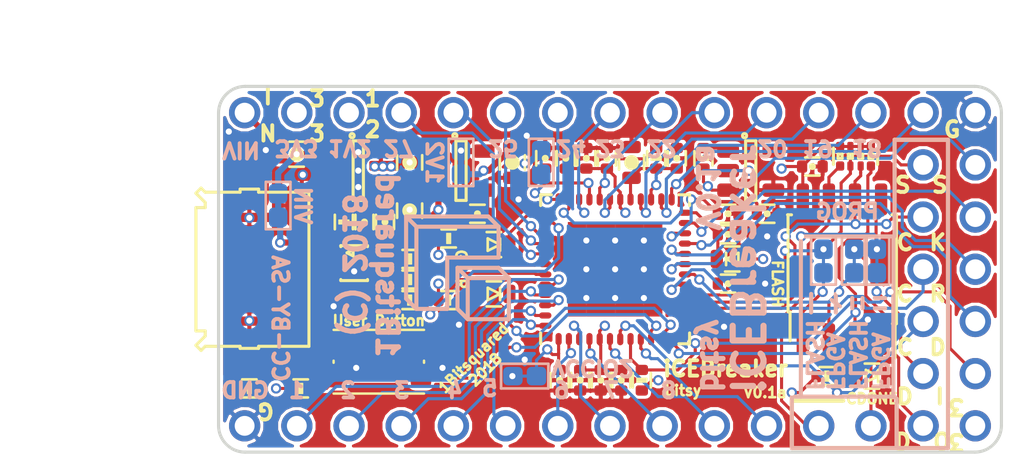
<source format=kicad_pcb>
(kicad_pcb (version 20171130) (host pcbnew "(2018-01-26 revision 54ebd45)-master")
  (title_block (title iCEBreaker-bitsy) (rev V0.1a) (company 1BitSquared) (comment 1 "(C) 2018 Piotr Esden-Tempski <piotr@1bitsquared.com>") (comment 2 "(C) 2018 1BitSquared <info@1bitsquared.com>") (comment 3 "License: CC-BY-SA 4.0"))
  (layers (0 F.Cu signal) (1 In1.Cu signal) (2 In2.Cu signal) (31 B.Cu signal) (34 B.Paste user) (35 F.Paste user) (36 B.SilkS user) (37 F.SilkS user) (38 B.Mask user) (39 F.Mask user) (44 Edge.Cuts user))
  (net 0 "")
  (net 1 /~LEDG)
  (net 2 +3V3)
  (net 3 /iCE_SS_B)
  (net 4 +1V2)
  (net 5 /~BUTTON)
  (net 6 /~LEDR)
  (net 7 GND)
  (net 8 "Net-(R7-Pad2)")
  (net 9 "Net-(C3-Pad1)")
  (net 10 +5V)
  (net 11 "Net-(C11-Pad1)")
  (net 12 /FLASH_MISO/IO1)
  (net 13 /FLASH_~WP~/IO2)
  (net 14 /FLASH_MOSI/IO0)
  (net 15 /iCE_SCK)
  (net 16 /FLASH_~HLD~/~RST~/IO3)
  (net 17 /iCE_CDONE)
  (net 18 /iCE_CRESET)
  (net 19 "Net-(C24-Pad1)")
  (net 20 /~LED_RED)
  (net 21 /~LED_GRN)
  (net 22 /~LED_BLU)
  (net 23 /shield)
  (net 24 "Net-(D4-PadA)")
  (net 25 "Net-(D5-PadA)")
  (net 26 "Net-(P1-Pad4)")
  (net 27 "Net-(C35-Pad1)")
  (net 28 "Net-(C39-Pad1)")
  (net 29 /CLK)
  (net 30 /USB_N)
  (net 31 /xUD-)
  (net 32 /USB_P)
  (net 33 /xUD+)
  (net 34 /USB_DET)
  (net 35 /IOB_0A)
  (net 36 /IOB_3B_G6)
  (net 37 /IOB_2A)
  (net 38 /IOT_38B)
  (net 39 /IOB_23B)
  (net 40 /IOB_31B)
  (net 41 /IOB_29B)
  (net 42 /IOB_25B_G3)
  (net 43 /IOB_16A)
  (net 44 /IOB_13B)
  (net 45 /IOT_36b)
  (net 46 /IOT_48B)
  (net 47 /IOT_44B)
  (net 48 /IOT_43A)
  (net 49 /IOT_37A)
  (net 50 /IOT_39A)
  (net 51 /IOT_41A)
  (net 52 /IOT_42B)
  (net 53 /IOB_4A)
  (net 54 /IOB_5B)
  (net 55 /IOB_6A)
  (net 56 /IOB_8A)
  (net 57 /IOB_9B)
  (net 58 /iUD+)
  (net 59 /iUD-)
  (module pkl_jumpers:J_0603 (layer B.Cu) (at 32.9 44.4 90)
    (fp_text reference J38)
    (fp_text value Jumper)
    (pad 1 smd roundrect (at -0.575 0 90) (size 0.95 0.9) (layers B.Cu B.Mask) (net 10 +5V))
    (pad 2 smd roundrect (at 0.575 0 90) (size 0.95 0.9) (layers B.Cu B.Mask) (net 10 +5V))
  )
  (module pkl_housings_sot:SOT-666 (layer F.Cu) (at 36.6 47.2 180)
    (fp_text reference U1)
    (fp_text value USBLC6-2)
    (pad 1 smd roundrect (at 0.85 0.5375 270) (size 0.375 0.5) (layers F.Cu F.Paste F.Mask) (net 31 /xUD-))
    (pad 2 smd roundrect (at 0.925 0 270) (size 0.3 0.65) (layers F.Cu F.Paste F.Mask) (net 7 GND))
    (pad 3 smd roundrect (at 0.85 -0.5375 270) (size 0.375 0.5) (layers F.Cu F.Paste F.Mask) (net 33 /xUD+))
    (pad 4 smd roundrect (at -0.85 -0.5375 270) (size 0.375 0.5) (layers F.Cu F.Paste F.Mask) (net 58 /iUD+))
    (pad 5 smd roundrect (at -0.925 0 270) (size 0.3 0.65) (layers F.Cu F.Paste F.Mask) (net 10 +5V))
    (pad 6 smd roundrect (at -0.85 0.5375 270) (size 0.35 0.5) (layers F.Cu F.Paste F.Mask) (net 59 /iUD-))
  )
  (module pkl_pin_headers:Pin_Header_Straight_Round_1x01 (layer F.Cu) (at 59.21 55.12)
    (fp_text reference J26 hide)
    (fp_text value Conn_01x01 hide)
    (pad 1 thru_hole circle (at 0 0) (size 1.524 1.524) (drill 0.9652) (layers *.Cu *.Mask) (net 16 /FLASH_~HLD~/~RST~/IO3))
  )
  (module pkl_pin_headers:Pin_Header_Straight_Round_1x01 (layer F.Cu) (at 64.29 55.12)
    (fp_text reference J24 hide)
    (fp_text value Conn_01x01 hide)
    (pad 1 thru_hole circle (at 0 0) (size 1.524 1.524) (drill 0.9652) (layers *.Cu *.Mask) (net 12 /FLASH_MISO/IO1))
  )
  (module pkl_pin_headers:Pin_Header_Straight_Round_1x01 (layer F.Cu) (at 64.29 52.58)
    (fp_text reference J23 hide)
    (fp_text value Conn_01x01 hide)
    (pad 1 thru_hole circle (at 0 0) (size 1.524 1.524) (drill 0.9652) (layers *.Cu *.Mask) (net 14 /FLASH_MOSI/IO0))
  )
  (module pkl_pin_headers:Pin_Header_Straight_Round_1x01 (layer F.Cu) (at 64.29 50.04)
    (fp_text reference J27 hide)
    (fp_text value Conn_01x01 hide)
    (pad 1 thru_hole circle (at 0 0) (size 1.524 1.524) (drill 0.9652) (layers *.Cu *.Mask) (net 17 /iCE_CDONE))
  )
  (module pkl_pin_headers:Pin_Header_Straight_Round_1x01 (layer F.Cu) (at 64.29 47.5)
    (fp_text reference J28 hide)
    (fp_text value Conn_01x01 hide)
    (pad 1 thru_hole circle (at 0 0) (size 1.524 1.524) (drill 0.9652) (layers *.Cu *.Mask) (net 18 /iCE_CRESET))
  )
  (module pkl_pin_headers:Pin_Header_Straight_Round_1x01 (layer F.Cu) (at 61.75 55.12)
    (fp_text reference J25 hide)
    (fp_text value Conn_01x01 hide)
    (pad 1 thru_hole circle (at 0 0) (size 1.524 1.524) (drill 0.9652) (layers *.Cu *.Mask) (net 13 /FLASH_~WP~/IO2))
  )
  (module pkl_pin_headers:Pin_Header_Straight_Round_1x01 (layer F.Cu) (at 54.13 39.88)
    (fp_text reference J34 hide)
    (fp_text value Conn_01x01 hide)
    (pad 1 thru_hole circle (at 0 0) (size 1.524 1.524) (drill 0.9652) (layers *.Cu *.Mask) (net 52 /IOT_42B))
  )
  (module pkl_pin_headers:Pin_Header_Straight_Round_1x01 (layer F.Cu) (at 56.67 39.88)
    (fp_text reference J33 hide)
    (fp_text value Conn_01x01 hide)
    (pad 1 thru_hole circle (at 0 0) (size 1.524 1.524) (drill 0.9652) (layers *.Cu *.Mask) (net 51 /IOT_41A))
  )
  (module pkl_pin_headers:Pin_Header_Straight_Round_1x01 (layer F.Cu) (at 61.75 39.88)
    (fp_text reference J32 hide)
    (fp_text value Conn_01x01 hide)
    (pad 1 thru_hole circle (at 0 0) (size 1.524 1.524) (drill 0.9652) (layers *.Cu *.Mask) (net 50 /IOT_39A))
  )
  (module pkl_pin_headers:Pin_Header_Straight_Round_1x01 (layer F.Cu) (at 66.83 42.42)
    (fp_text reference J30 hide)
    (fp_text value Conn_01x01 hide)
    (pad 1 thru_hole circle (at 0 0) (size 1.524 1.524) (drill 0.9652) (layers *.Cu *.Mask) (net 49 /IOT_37A))
  )
  (module pkl_pin_headers:Pin_Header_Straight_Round_1x01 (layer F.Cu) (at 51.59 39.88)
    (fp_text reference J35 hide)
    (fp_text value Conn_01x01 hide)
    (pad 1 thru_hole circle (at 0 0) (size 1.524 1.524) (drill 0.9652) (layers *.Cu *.Mask) (net 48 /IOT_43A))
  )
  (module pkl_pin_headers:Pin_Header_Straight_Round_1x01 (layer F.Cu) (at 49.05 39.88)
    (fp_text reference J36 hide)
    (fp_text value Conn_01x01 hide)
    (pad 1 thru_hole circle (at 0 0) (size 1.524 1.524) (drill 0.9652) (layers *.Cu *.Mask) (net 47 /IOT_44B))
  )
  (module pkl_pin_headers:Pin_Header_Straight_Round_1x01 (layer F.Cu) (at 46.51 39.88)
    (fp_text reference J37 hide)
    (fp_text value Conn_01x01 hide)
    (pad 1 thru_hole circle (at 0 0) (size 1.524 1.524) (drill 0.9652) (layers *.Cu *.Mask) (net 46 /IOT_48B))
  )
  (module pkl_pin_headers:Pin_Header_Straight_Round_1x01 (layer F.Cu) (at 64.29 39.88)
    (fp_text reference J29 hide)
    (fp_text value Conn_01x01 hide)
    (pad 1 thru_hole circle (at 0 0) (size 1.524 1.524) (drill 0.9652) (layers *.Cu *.Mask) (net 45 /IOT_36b))
  )
  (module pkl_pin_headers:Pin_Header_Straight_Round_1x01 (layer F.Cu) (at 43.97 39.88)
    (fp_text reference J41 hide)
    (fp_text value Conn_01x01 hide)
    (pad 1 thru_hole circle (at 0 0) (size 1.524 1.524) (drill 0.9652) (layers *.Cu *.Mask) (net 20 /~LED_RED))
  )
  (module pkl_pin_headers:Pin_Header_Straight_Round_1x01 (layer F.Cu) (at 41.43 39.88)
    (fp_text reference J42 hide)
    (fp_text value Conn_01x01 hide)
    (pad 1 thru_hole circle (at 0 0) (size 1.524 1.524) (drill 0.9652) (layers *.Cu *.Mask) (net 21 /~LED_GRN))
  )
  (module pkl_pin_headers:Pin_Header_Straight_Round_1x01 (layer F.Cu) (at 38.89 39.88)
    (fp_text reference J43 hide)
    (fp_text value Conn_01x01 hide)
    (pad 1 thru_hole circle (at 0 0) (size 1.524 1.524) (drill 0.9652) (layers *.Cu *.Mask) (net 22 /~LED_BLU))
  )
  (module pkl_pin_headers:Pin_Header_Straight_Round_1x01 (layer F.Cu) (at 54.13 55.12)
    (fp_text reference J44 hide)
    (fp_text value Conn_01x01 hide)
    (pad 1 thru_hole circle (at 0 0) (size 1.524 1.524) (drill 0.9652) (layers *.Cu *.Mask) (net 44 /IOB_13B))
  )
  (module pkl_pin_headers:Pin_Header_Straight_Round_1x01 (layer F.Cu) (at 56.67 55.12)
    (fp_text reference J45 hide)
    (fp_text value Conn_01x01 hide)
    (pad 1 thru_hole circle (at 0 0) (size 1.524 1.524) (drill 0.9652) (layers *.Cu *.Mask) (net 43 /IOB_16A))
  )
  (module pkl_pin_headers:Pin_Header_Straight_Round_1x01 (layer F.Cu) (at 66.83 47.5)
    (fp_text reference J46 hide)
    (fp_text value Conn_01x01 hide)
    (pad 1 thru_hole circle (at 0 0) (size 1.524 1.524) (drill 0.9652) (layers *.Cu *.Mask) (net 42 /IOB_25B_G3))
  )
  (module pkl_pin_headers:Pin_Header_Straight_Round_1x01 (layer F.Cu) (at 66.83 50.04)
    (fp_text reference J47 hide)
    (fp_text value Conn_01x01 hide)
    (pad 1 thru_hole circle (at 0 0) (size 1.524 1.524) (drill 0.9652) (layers *.Cu *.Mask) (net 41 /IOB_29B))
  )
  (module pkl_pin_headers:Pin_Header_Straight_Round_1x01 (layer F.Cu) (at 66.83 52.58)
    (fp_text reference J48 hide)
    (fp_text value Conn_01x01 hide)
    (pad 1 thru_hole circle (at 0 0) (size 1.524 1.524) (drill 0.9652) (layers *.Cu *.Mask) (net 40 /IOB_31B))
  )
  (module pkl_pin_headers:Pin_Header_Straight_Round_1x01 (layer F.Cu) (at 66.83 44.96)
    (fp_text reference J49 hide)
    (fp_text value Conn_01x01 hide)
    (pad 1 thru_hole circle (at 0 0) (size 1.524 1.524) (drill 0.9652) (layers *.Cu *.Mask) (net 39 /IOB_23B))
  )
  (module pkl_pin_headers:Pin_Header_Straight_Round_1x01 (layer F.Cu) (at 59.21 39.88)
    (fp_text reference J31 hide)
    (fp_text value Conn_01x01 hide)
    (pad 1 thru_hole circle (at 0 0) (size 1.524 1.524) (drill 0.9652) (layers *.Cu *.Mask) (net 38 /IOT_38B))
  )
  (module pkl_pin_headers:Pin_Header_Straight_Round_1x01 (layer F.Cu) (at 41.43 55.12)
    (fp_text reference J8 hide)
    (fp_text value Conn_01x01 hide)
    (pad 1 thru_hole circle (at 0 0) (size 1.524 1.524) (drill 0.9652) (layers *.Cu *.Mask) (net 37 /IOB_2A))
  )
  (module pkl_pin_headers:Pin_Header_Straight_Round_1x01 (layer F.Cu) (at 66.83 55.12)
    (fp_text reference J2 hide)
    (fp_text value Conn_01x01 hide)
    (pad 1 thru_hole circle (at 0 0) (size 1.524 1.524) (drill 0.9652) (layers *.Cu *.Mask) (net 2 +3V3))
  )
  (module pkl_pin_headers:Pin_Header_Straight_Round_1x01 (layer F.Cu) (at 36.35 39.88)
    (fp_text reference J3 hide)
    (fp_text value Conn_01x01 hide)
    (pad 1 thru_hole circle (at 0 0) (size 1.524 1.524) (drill 0.9652) (layers *.Cu *.Mask) (net 4 +1V2))
  )
  (module pkl_pin_headers:Pin_Header_Straight_Round_1x01 (layer F.Cu) (at 31.27 39.88)
    (fp_text reference J4 hide)
    (fp_text value Conn_01x01 hide)
    (pad 1 thru_hole circle (at 0 0) (size 1.524 1.524) (drill 0.9652) (layers *.Cu *.Mask) (net 10 +5V))
  )
  (module pkl_pin_headers:Pin_Header_Straight_Round_1x01 (layer F.Cu) (at 31.27 55.12)
    (fp_text reference J5 hide)
    (fp_text value Conn_01x01 hide)
    (pad 1 thru_hole circle (at 0 0) (size 1.524 1.524) (drill 0.9652) (layers *.Cu *.Mask) (net 7 GND))
  )
  (module pkl_pin_headers:Pin_Header_Straight_Round_1x01 (layer F.Cu) (at 66.83 39.88)
    (fp_text reference J6 hide)
    (fp_text value Conn_01x01 hide)
    (pad 1 thru_hole circle (at 0 0) (size 1.524 1.524) (drill 0.9652) (layers *.Cu *.Mask) (net 7 GND))
  )
  (module pkl_pin_headers:Pin_Header_Straight_Round_1x01 (layer F.Cu) (at 38.89 55.12)
    (fp_text reference J7 hide)
    (fp_text value Conn_01x01 hide)
    (pad 1 thru_hole circle (at 0 0) (size 1.524 1.524) (drill 0.9652) (layers *.Cu *.Mask) (net 35 /IOB_0A))
  )
  (module pkl_pin_headers:Pin_Header_Straight_Round_1x01 (layer F.Cu) (at 33.81 55.12)
    (fp_text reference J9 hide)
    (fp_text value Conn_01x01 hide)
    (pad 1 thru_hole circle (at 0 0) (size 1.524 1.524) (drill 0.9652) (layers *.Cu *.Mask) (net 36 /IOB_3B_G6))
  )
  (module pkl_pin_headers:Pin_Header_Straight_Round_1x01 (layer F.Cu) (at 43.97 55.12)
    (fp_text reference J10 hide)
    (fp_text value Conn_01x01 hide)
    (pad 1 thru_hole circle (at 0 0) (size 1.524 1.524) (drill 0.9652) (layers *.Cu *.Mask) (net 53 /IOB_4A))
  )
  (module pkl_pin_headers:Pin_Header_Straight_Round_1x01 (layer F.Cu) (at 36.35 55.12)
    (fp_text reference J11 hide)
    (fp_text value Conn_01x01 hide)
    (pad 1 thru_hole circle (at 0 0) (size 1.524 1.524) (drill 0.9652) (layers *.Cu *.Mask) (net 54 /IOB_5B))
  )
  (module pkl_pin_headers:Pin_Header_Straight_Round_1x01 (layer F.Cu) (at 46.51 55.12)
    (fp_text reference J12 hide)
    (fp_text value Conn_01x01 hide)
    (pad 1 thru_hole circle (at 0 0) (size 1.524 1.524) (drill 0.9652) (layers *.Cu *.Mask) (net 55 /IOB_6A))
  )
  (module pkl_pin_headers:Pin_Header_Straight_Round_1x01 (layer F.Cu) (at 49.05 55.12)
    (fp_text reference J20 hide)
    (fp_text value Conn_01x01 hide)
    (pad 1 thru_hole circle (at 0 0) (size 1.524 1.524) (drill 0.9652) (layers *.Cu *.Mask) (net 57 /IOB_9B))
  )
  (module pkl_pin_headers:Pin_Header_Straight_Round_1x01 (layer F.Cu) (at 64.29 42.42)
    (fp_text reference J21 hide)
    (fp_text value Conn_01x01 hide)
    (pad 1 thru_hole circle (at 0 0) (size 1.524 1.524) (drill 0.9652) (layers *.Cu *.Mask) (net 3 /iCE_SS_B))
  )
  (module pkl_pin_headers:Pin_Header_Straight_Round_1x01 (layer F.Cu) (at 64.29 44.96)
    (fp_text reference J22 hide)
    (fp_text value Conn_01x01 hide)
    (pad 1 thru_hole circle (at 0 0) (size 1.524 1.524) (drill 0.9652) (layers *.Cu *.Mask) (net 15 /iCE_SCK))
  )
  (module pkl_pin_headers:Pin_Header_Straight_Round_1x01 (layer F.Cu) (at 51.59 55.12)
    (fp_text reference J13 hide)
    (fp_text value Conn_01x01 hide)
    (pad 1 thru_hole circle (at 0 0) (size 1.524 1.524) (drill 0.9652) (layers *.Cu *.Mask) (net 56 /IOB_8A))
  )
  (module pkl_pin_headers:Pin_Header_Straight_Round_1x01 (layer F.Cu) (at 33.81 39.88)
    (fp_text reference J1 hide)
    (fp_text value Conn_01x01 hide)
    (pad 1 thru_hole circle (at 0 0) (size 1.524 1.524) (drill 0.9652) (layers *.Cu *.Mask) (net 2 +3V3))
  )
  (module pkl_dipol:R_0402 (layer F.Cu) (at 39.3 49 180)
    (fp_text reference R2)
    (fp_text value 1k5)
    (pad 2 smd roundrect (at 0.5 0 180) (size 0.5 0.6) (layers F.Cu F.Paste F.Mask) (net 58 /iUD+))
    (pad 1 smd roundrect (at -0.5 0 180) (size 0.5 0.6) (layers F.Cu F.Paste F.Mask) (net 34 /USB_DET))
  )
  (module pkl_dipol:R_0402 (layer F.Cu) (at 39.3 47 180)
    (fp_text reference R4)
    (fp_text value 22E)
    (pad 1 smd roundrect (at -0.5 0 180) (size 0.5 0.6) (layers F.Cu F.Paste F.Mask) (net 30 /USB_N))
    (pad 2 smd roundrect (at 0.5 0 180) (size 0.5 0.6) (layers F.Cu F.Paste F.Mask) (net 59 /iUD-))
  )
  (module pkl_logos:1b2_Logo_SilkS_5mm (layer B.Cu) (at 41.628314 47.429988 90)
    (fp_text reference REF**)
    (fp_text value 1b2_Logo_SilkS_5mm)
  )
  (module pkl_housings_soic:SOIC-8_5.3x5.3mm_Pitch1.27mm (layer F.Cu) (at 60.34 47.5 90)
    (fp_text reference U5)
    (fp_text value W25Q)
    (pad 1 smd roundrect (at -3.4 -1.905 90) (size 1.55 0.6) (layers F.Cu F.Paste F.Mask) (net 3 /iCE_SS_B))
    (pad 2 smd roundrect (at -3.4 -0.635 90) (size 1.55 0.6) (layers F.Cu F.Paste F.Mask) (net 12 /FLASH_MISO/IO1))
    (pad 3 smd roundrect (at -3.4 0.635 90) (size 1.55 0.6) (layers F.Cu F.Paste F.Mask) (net 13 /FLASH_~WP~/IO2))
    (pad 4 smd roundrect (at -3.4 1.905 90) (size 1.55 0.6) (layers F.Cu F.Paste F.Mask) (net 7 GND))
    (pad 5 smd roundrect (at 3.4 1.905 90) (size 1.55 0.6) (layers F.Cu F.Paste F.Mask) (net 14 /FLASH_MOSI/IO0))
    (pad 6 smd roundrect (at 3.4 0.635 90) (size 1.55 0.6) (layers F.Cu F.Paste F.Mask) (net 15 /iCE_SCK))
    (pad 7 smd roundrect (at 3.4 -0.635 90) (size 1.55 0.6) (layers F.Cu F.Paste F.Mask) (net 16 /FLASH_~HLD~/~RST~/IO3))
    (pad 8 smd roundrect (at 3.4 -1.905 90) (size 1.55 0.6) (layers F.Cu F.Paste F.Mask) (net 2 +3V3))
  )
  (module pkl_dipol:C_0402 (layer F.Cu) (at 37.1 45.2 270)
    (fp_text reference C39)
    (fp_text value 1u)
    (pad 1 smd roundrect (at -0.5 0 270) (size 0.5 0.6) (layers F.Cu F.Paste F.Mask) (net 28 "Net-(C39-Pad1)"))
    (pad 2 smd roundrect (at 0.5 0 270) (size 0.5 0.6) (layers F.Cu F.Paste F.Mask) (net 7 GND))
  )
  (module pkl_dipol:R_0402 (layer F.Cu) (at 36.1 45.2 90)
    (fp_text reference R3)
    (fp_text value 10k)
    (pad 1 smd roundrect (at -0.5 0 90) (size 0.5 0.6) (layers F.Cu F.Paste F.Mask) (net 10 +5V))
    (pad 2 smd roundrect (at 0.5 0 90) (size 0.5 0.6) (layers F.Cu F.Paste F.Mask) (net 28 "Net-(C39-Pad1)"))
  )
  (module pkl_dipol:C_0402 (layer F.Cu) (at 49.6 52.9 270)
    (fp_text reference C36)
    (fp_text value 1u)
    (pad 1 smd roundrect (at -0.499999 0 270) (size 0.5 0.6) (layers F.Cu F.Paste F.Mask) (net 4 +1V2))
    (pad 2 smd roundrect (at 0.499999 0 270) (size 0.5 0.6) (layers F.Cu F.Paste F.Mask) (net 7 GND))
  )
  (module pkl_dipol:C_0402 (layer F.Cu) (at 48.6 52.9 270)
    (fp_text reference C37)
    (fp_text value 100n)
    (pad 2 smd roundrect (at 0.499999 0 270) (size 0.5 0.6) (layers F.Cu F.Paste F.Mask) (net 7 GND))
    (pad 1 smd roundrect (at -0.499999 0 270) (size 0.5 0.6) (layers F.Cu F.Paste F.Mask) (net 4 +1V2))
  )
  (module pkl_dipol:C_0402 (layer F.Cu) (at 47.6 52.9 270)
    (fp_text reference C38)
    (fp_text value 10n)
    (pad 1 smd roundrect (at -0.499999 0 270) (size 0.5 0.6) (layers F.Cu F.Paste F.Mask) (net 4 +1V2))
    (pad 2 smd roundrect (at 0.499999 0 270) (size 0.5 0.6) (layers F.Cu F.Paste F.Mask) (net 7 GND))
  )
  (module pkl_buttons_switches:SW_SPST_KMR2 (layer F.Cu) (at 37.8 52 180)
    (fp_text reference SW1)
    (fp_text value TACT)
    (pad 1 smd roundrect (at -2.05 -0.8 270) (size 0.9 1) (layers F.Cu F.Paste F.Mask) (net 5 /~BUTTON))
    (pad 2 smd roundrect (at -2.05 0.8 270) (size 0.9 1) (layers F.Cu F.Paste F.Mask) (net 7 GND))
    (pad 1 smd roundrect (at 2.05 -0.8 270) (size 0.9 1) (layers F.Cu F.Paste F.Mask) (net 5 /~BUTTON))
    (pad 2 smd roundrect (at 2.05 0.8 270) (size 0.9 1) (layers F.Cu F.Paste F.Mask) (net 7 GND))
  )
  (module pkl_dipol:R_0402 (layer F.Cu) (at 50.6 52.9 90)
    (fp_text reference R19)
    (fp_text value 10k)
    (pad 2 smd roundrect (at 0.499999 0 90) (size 0.5 0.6) (layers F.Cu F.Paste F.Mask) (net 18 /iCE_CRESET))
    (pad 1 smd roundrect (at -0.499999 0 90) (size 0.5 0.6) (layers F.Cu F.Paste F.Mask) (net 2 +3V3))
  )
  (module pkl_dipol:C_0402 (layer F.Cu) (at 54.8 45.8)
    (fp_text reference C35)
    (fp_text value DNP)
    (pad 2 smd roundrect (at 0.499999 0) (size 0.5 0.6) (layers F.Cu F.Paste F.Mask) (net 7 GND))
    (pad 1 smd roundrect (at -0.499999 0) (size 0.5 0.6) (layers F.Cu F.Paste F.Mask) (net 27 "Net-(C35-Pad1)"))
  )
  (module pkl_connectors:Connector_USB_Micro_B_SMD (layer F.Cu) (at 31.5 47.5 180)
    (fp_text reference P1)
    (fp_text value USB_OTG)
    (pad GND smd roundrect (at 0 1.2 270) (size 1.9 1.9) (layers F.Cu F.Paste F.Mask) (net 23 /shield))
    (pad GND smd roundrect (at 0 -1.2 270) (size 1.9 1.9) (layers F.Cu F.Paste F.Mask) (net 23 /shield))
    (pad GND smd roundrect (at 0 -3.8 270) (size 1.8 1.9) (layers F.Cu F.Paste F.Mask) (net 23 /shield))
    (pad GND smd roundrect (at 0 3.8 270) (size 1.8 1.9) (layers F.Cu F.Paste F.Mask) (net 23 /shield))
    (pad GND smd roundrect (at -2.55 -3.1 270) (size 2.1 1.6) (layers F.Cu F.Paste F.Mask) (net 23 /shield))
    (pad GND smd roundrect (at -2.55 3.1 270) (size 2.1 1.6) (layers F.Cu F.Paste F.Mask) (net 23 /shield))
    (pad 1 smd roundrect (at -2.675 1.3 270) (size 0.4 1.35) (layers F.Cu F.Paste F.Mask) (net 10 +5V))
    (pad 2 smd roundrect (at -2.675 0.65 270) (size 0.4 1.35) (layers F.Cu F.Paste F.Mask) (net 31 /xUD-))
    (pad 3 smd roundrect (at -2.675 0 270) (size 0.4 1.35) (layers F.Cu F.Paste F.Mask) (net 33 /xUD+))
    (pad 4 smd roundrect (at -2.675 -0.65 270) (size 0.4 1.35) (layers F.Cu F.Paste F.Mask) (net 26 "Net-(P1-Pad4)"))
    (pad 5 smd roundrect (at -2.675 -1.3 270) (size 0.4 1.35) (layers F.Cu F.Paste F.Mask) (net 7 GND))
  )
  (module pkl_dipol:C_0402 (layer F.Cu) (at 46.9 42.1 90)
    (fp_text reference C23)
    (fp_text value 1u)
    (pad 2 smd roundrect (at 0.499999 0 90) (size 0.5 0.6) (layers F.Cu F.Paste F.Mask) (net 7 GND))
    (pad 1 smd roundrect (at -0.499999 0 90) (size 0.5 0.6) (layers F.Cu F.Paste F.Mask) (net 4 +1V2))
  )
  (module pkl_dipol:C_0402 (layer F.Cu) (at 56.7 44.8)
    (fp_text reference C4)
    (fp_text value 100n)
    (pad 2 smd roundrect (at 0.5 0) (size 0.5 0.6) (layers F.Cu F.Paste F.Mask) (net 7 GND))
    (pad 1 smd roundrect (at -0.5 0) (size 0.5 0.6) (layers F.Cu F.Paste F.Mask) (net 2 +3V3))
  )
  (module pkl_dipol:C_0402 (layer F.Cu) (at 38.1 45.2 270)
    (fp_text reference C3)
    (fp_text value 10n)
    (pad 1 smd roundrect (at -0.5 0 270) (size 0.5 0.6) (layers F.Cu F.Paste F.Mask) (net 9 "Net-(C3-Pad1)"))
    (pad 2 smd roundrect (at 0.5 0 270) (size 0.5 0.6) (layers F.Cu F.Paste F.Mask) (net 7 GND))
  )
  (module pkl_dipol:C_0402 (layer F.Cu) (at 47.9 42.1 90)
    (fp_text reference C25)
    (fp_text value 100n)
    (pad 1 smd roundrect (at -0.499999 0 90) (size 0.5 0.6) (layers F.Cu F.Paste F.Mask) (net 4 +1V2))
    (pad 2 smd roundrect (at 0.499999 0 90) (size 0.5 0.6) (layers F.Cu F.Paste F.Mask) (net 7 GND))
  )
  (module pkl_dipol:C_0402 (layer F.Cu) (at 52.3 42.1 90)
    (fp_text reference C26)
    (fp_text value 100n)
    (pad 2 smd roundrect (at 0.499999 0 90) (size 0.5 0.6) (layers F.Cu F.Paste F.Mask) (net 7 GND))
    (pad 1 smd roundrect (at -0.499999 0 90) (size 0.5 0.6) (layers F.Cu F.Paste F.Mask) (net 19 "Net-(C24-Pad1)"))
  )
  (module pkl_dipol:C_0402 (layer F.Cu) (at 46.6 52.9 90)
    (fp_text reference C27)
    (fp_text value 100n)
    (pad 1 smd roundrect (at -0.499999 0 90) (size 0.5 0.6) (layers F.Cu F.Paste F.Mask) (net 7 GND))
    (pad 2 smd roundrect (at 0.499999 0 90) (size 0.5 0.6) (layers F.Cu F.Paste F.Mask) (net 2 +3V3))
  )
  (module pkl_dipol:C_0402 (layer F.Cu) (at 48.9 42.1 90)
    (fp_text reference C28)
    (fp_text value 10n)
    (pad 2 smd roundrect (at 0.499999 0 90) (size 0.5 0.6) (layers F.Cu F.Paste F.Mask) (net 7 GND))
    (pad 1 smd roundrect (at -0.499999 0 90) (size 0.5 0.6) (layers F.Cu F.Paste F.Mask) (net 4 +1V2))
  )
  (module pkl_dipol:C_0402 (layer F.Cu) (at 54.8 48.2)
    (fp_text reference C29)
    (fp_text value 100n)
    (pad 1 smd roundrect (at -0.499999 0) (size 0.5 0.6) (layers F.Cu F.Paste F.Mask) (net 2 +3V3))
    (pad 2 smd roundrect (at 0.499999 0) (size 0.5 0.6) (layers F.Cu F.Paste F.Mask) (net 7 GND))
  )
  (module pkl_dipol:C_0402 (layer F.Cu) (at 54.8 44.8)
    (fp_text reference C31)
    (fp_text value 100n)
    (pad 2 smd roundrect (at 0.499999 0) (size 0.5 0.6) (layers F.Cu F.Paste F.Mask) (net 7 GND))
    (pad 1 smd roundrect (at -0.499999 0) (size 0.5 0.6) (layers F.Cu F.Paste F.Mask) (net 2 +3V3))
  )
  (module pkl_dipol:C_0402 (layer F.Cu) (at 45.9 42.1 90)
    (fp_text reference C30)
    (fp_text value 100n)
    (pad 1 smd roundrect (at -0.499999 0 90) (size 0.5 0.6) (layers F.Cu F.Paste F.Mask) (net 2 +3V3))
    (pad 2 smd roundrect (at 0.499999 0 90) (size 0.5 0.6) (layers F.Cu F.Paste F.Mask) (net 7 GND))
  )
  (module pkl_dipol:C_0402 (layer F.Cu) (at 42.6 44.8 180)
    (fp_text reference C11)
    (fp_text value 10n)
    (pad 1 smd roundrect (at -0.5 0 180) (size 0.5 0.6) (layers F.Cu F.Paste F.Mask) (net 11 "Net-(C11-Pad1)"))
    (pad 2 smd roundrect (at 0.5 0 180) (size 0.5 0.6) (layers F.Cu F.Paste F.Mask) (net 7 GND))
  )
  (module pkl_dipol:C_0402 (layer F.Cu) (at 58.9 42.5)
    (fp_text reference C22)
    (fp_text value 100n)
    (pad 1 smd roundrect (at -0.5 0) (size 0.5 0.6) (layers F.Cu F.Paste F.Mask) (net 2 +3V3))
    (pad 2 smd roundrect (at 0.5 0) (size 0.5 0.6) (layers F.Cu F.Paste F.Mask) (net 7 GND))
  )
  (module pkl_dipol:C_0603 (layer F.Cu) (at 50.1 42.3 90)
    (fp_text reference C24)
    (fp_text value 10u)
    (pad 1 smd roundrect (at -0.75 0 90) (size 0.6 0.9) (layers F.Cu F.Paste F.Mask) (net 19 "Net-(C24-Pad1)"))
    (pad 2 smd roundrect (at 0.75 0 90) (size 0.6 0.9) (layers F.Cu F.Paste F.Mask) (net 7 GND))
  )
  (module pkl_dipol:C_0603 (layer F.Cu) (at 39.3 42.3 270)
    (fp_text reference C5)
    (fp_text value 4u7)
    (pad 1 smd roundrect (at -0.75 0 270) (size 0.6 0.9) (layers F.Cu F.Paste F.Mask) (net 2 +3V3))
    (pad 2 smd roundrect (at 0.75 0 270) (size 0.6 0.9) (layers F.Cu F.Paste F.Mask) (net 7 GND))
  )
  (module pkl_dipol:C_0603 (layer F.Cu) (at 33.8 41.9 180)
    (fp_text reference C2)
    (fp_text value 4u7)
    (pad 2 smd roundrect (at 0.75 0 180) (size 0.6 0.9) (layers F.Cu F.Paste F.Mask) (net 7 GND))
    (pad 1 smd roundrect (at -0.75 0 180) (size 0.6 0.9) (layers F.Cu F.Paste F.Mask) (net 10 +5V))
  )
  (module pkl_dipol:C_0603 (layer F.Cu) (at 39.3 44.65 90)
    (fp_text reference C8)
    (fp_text value 4u7)
    (pad 1 smd roundrect (at -0.75 0 90) (size 0.6 0.9) (layers F.Cu F.Paste F.Mask) (net 10 +5V))
    (pad 2 smd roundrect (at 0.75 0 90) (size 0.6 0.9) (layers F.Cu F.Paste F.Mask) (net 7 GND))
  )
  (module pkl_dipol:C_0603 (layer F.Cu) (at 44.3 42.3 270)
    (fp_text reference C15)
    (fp_text value 4u7)
    (pad 2 smd roundrect (at 0.75 0 270) (size 0.6 0.9) (layers F.Cu F.Paste F.Mask) (net 7 GND))
    (pad 1 smd roundrect (at -0.75 0 270) (size 0.6 0.9) (layers F.Cu F.Paste F.Mask) (net 4 +1V2))
  )
  (module pkl_dipol:D_0603 (layer F.Cu) (at 43.4 48.7 180)
    (fp_text reference D5)
    (fp_text value RED)
    (pad C smd roundrect (at -0.75 0) (size 0.6 0.9) (layers F.Cu F.Paste F.Mask) (net 6 /~LEDR))
    (pad A smd roundrect (at 0.75 0) (size 0.6 0.9) (layers F.Cu F.Paste F.Mask) (net 25 "Net-(D5-PadA)"))
  )
  (module pkl_dipol:D_0603 (layer F.Cu) (at 43.4 46.3 180)
    (fp_text reference D4)
    (fp_text value GRN)
    (pad A smd roundrect (at 0.75 0) (size 0.6 0.9) (layers F.Cu F.Paste F.Mask) (net 24 "Net-(D4-PadA)"))
    (pad C smd roundrect (at -0.75 0) (size 0.6 0.9) (layers F.Cu F.Paste F.Mask) (net 1 /~LEDG))
  )
  (module pkl_dipol:D_0603 (layer F.Cu) (at 61.8 52.7 180)
    (fp_text reference D3)
    (fp_text value GRN)
    (pad C smd roundrect (at -0.75 0) (size 0.6 0.9) (layers F.Cu F.Paste F.Mask) (net 7 GND))
    (pad A smd roundrect (at 0.75 0) (size 0.6 0.9) (layers F.Cu F.Paste F.Mask) (net 17 /iCE_CDONE))
  )
  (module pkl_dipol:D_0603 (layer F.Cu) (at 55 47)
    (fp_text reference D2)
    (fp_text value CDBU0520)
    (pad C smd roundrect (at -0.75 0 180) (size 0.6 0.9) (layers F.Cu F.Paste F.Mask) (net 27 "Net-(C35-Pad1)"))
    (pad A smd roundrect (at 0.75 0 180) (size 0.6 0.9) (layers F.Cu F.Paste F.Mask) (net 2 +3V3))
  )
  (module pkl_dipol:R_0402 (layer F.Cu) (at 53.6 42.1 90)
    (fp_text reference R7)
    (fp_text value 10k)
    (pad 1 smd roundrect (at -0.5 0 90) (size 0.5 0.6) (layers F.Cu F.Paste F.Mask) (net 2 +3V3))
    (pad 2 smd roundrect (at 0.5 0 90) (size 0.5 0.6) (layers F.Cu F.Paste F.Mask) (net 8 "Net-(R7-Pad2)"))
  )
  (module pkl_dipol:R_0402 (layer F.Cu) (at 41.2 49 180)
    (fp_text reference R15)
    (fp_text value 330E)
    (pad 2 smd roundrect (at 0.5 0 180) (size 0.5 0.6) (layers F.Cu F.Paste F.Mask) (net 2 +3V3))
    (pad 1 smd roundrect (at -0.5 0 180) (size 0.5 0.6) (layers F.Cu F.Paste F.Mask) (net 25 "Net-(D5-PadA)"))
  )
  (module pkl_dipol:R_0402 (layer F.Cu) (at 41.2 46 180)
    (fp_text reference R14)
    (fp_text value 330E)
    (pad 1 smd roundrect (at -0.5 0 180) (size 0.5 0.6) (layers F.Cu F.Paste F.Mask) (net 24 "Net-(D4-PadA)"))
    (pad 2 smd roundrect (at 0.5 0 180) (size 0.5 0.6) (layers F.Cu F.Paste F.Mask) (net 2 +3V3))
  )
  (module pkl_dipol:R_0402 (layer F.Cu) (at 34 53.3 180)
    (fp_text reference R13)
    (fp_text value 10k)
    (pad 1 smd roundrect (at -0.5 0 180) (size 0.5 0.6) (layers F.Cu F.Paste F.Mask) (net 5 /~BUTTON))
    (pad 2 smd roundrect (at 0.5 0 180) (size 0.5 0.6) (layers F.Cu F.Paste F.Mask) (net 2 +3V3))
  )
  (module pkl_dipol:R_0402 (layer F.Cu) (at 59.6 52.7)
    (fp_text reference R12)
    (fp_text value 2k2)
    (pad 1 smd roundrect (at -0.5 0) (size 0.5 0.6) (layers F.Cu F.Paste F.Mask) (net 2 +3V3))
    (pad 2 smd roundrect (at 0.5 0) (size 0.5 0.6) (layers F.Cu F.Paste F.Mask) (net 17 /iCE_CDONE))
  )
  (module pkl_dipol:R_0402 (layer F.Cu) (at 51.3 42.1 90)
    (fp_text reference R10)
    (fp_text value 100E)
    (pad 1 smd roundrect (at -0.499999 0 90) (size 0.5 0.6) (layers F.Cu F.Paste F.Mask) (net 19 "Net-(C24-Pad1)"))
    (pad 2 smd roundrect (at 0.499999 0 90) (size 0.5 0.6) (layers F.Cu F.Paste F.Mask) (net 4 +1V2))
  )
  (module pkl_dipol:R_0402 (layer F.Cu) (at 39.3 48 180)
    (fp_text reference R6)
    (fp_text value 22E)
    (pad 1 smd roundrect (at -0.5 0 180) (size 0.5 0.6) (layers F.Cu F.Paste F.Mask) (net 32 /USB_P))
    (pad 2 smd roundrect (at 0.5 0 180) (size 0.5 0.6) (layers F.Cu F.Paste F.Mask) (net 58 /iUD+))
  )
  (module pkl_dipol:R_0402 (layer F.Cu) (at 31.5 53.3)
    (fp_text reference R1)
    (fp_text value 1M)
    (pad 1 smd roundrect (at -0.5 0) (size 0.5 0.6) (layers F.Cu F.Paste F.Mask) (net 7 GND))
    (pad 2 smd roundrect (at 0.5 0) (size 0.5 0.6) (layers F.Cu F.Paste F.Mask) (net 23 /shield))
  )
  (module pkl_dipol:R_Array_Convex_4x0402 (layer F.Cu) (at 61 42 180)
    (fp_text reference R11)
    (fp_text value 10k)
    (pad 3 smd roundrect (at -0.25 0.475 180) (size 0.3 0.45) (layers F.Cu F.Paste F.Mask) (net 2 +3V3))
    (pad 5 smd roundrect (at 0.25 0.475 180) (size 0.3 0.45) (layers F.Cu F.Paste F.Mask) (net 2 +3V3))
    (pad 1 smd roundrect (at -0.75 0.475 180) (size 0.4 0.45) (layers F.Cu F.Paste F.Mask) (net 2 +3V3))
    (pad 7 smd roundrect (at 0.75 0.475 180) (size 0.4 0.45) (layers F.Cu F.Paste F.Mask) (net 2 +3V3))
    (pad 2 smd roundrect (at -0.75 -0.475 180) (size 0.4 0.45) (layers F.Cu F.Paste F.Mask) (net 13 /FLASH_~WP~/IO2))
    (pad 4 smd roundrect (at -0.25 -0.475 180) (size 0.3 0.45) (layers F.Cu F.Paste F.Mask) (net 15 /iCE_SCK))
    (pad 6 smd roundrect (at 0.25 -0.475 180) (size 0.3 0.45) (layers F.Cu F.Paste F.Mask) (net 3 /iCE_SS_B))
    (pad 8 smd roundrect (at 0.75 -0.475 180) (size 0.4 0.45) (layers F.Cu F.Paste F.Mask) (net 16 /FLASH_~HLD~/~RST~/IO3))
  )
  (module pkl_housings_dfn_qfn:QFN-48-1EP_7x7mm_Pitch0.5mm (layer F.Cu) (at 49.3 47.5 180)
    (fp_text reference U6)
    (fp_text value ICE5LP4K-SG48)
    (pad 49 thru_hole circle (at 1.4 -1.4 90) (size 0.5 0.5) (drill 0.3) (layers *.Cu) (net 7 GND))
    (pad 49 thru_hole circle (at 0 -1.399999 90) (size 0.5 0.5) (drill 0.3) (layers *.Cu) (net 7 GND))
    (pad 49 thru_hole circle (at -1.4 -1.4 90) (size 0.5 0.5) (drill 0.3) (layers *.Cu) (net 7 GND))
    (pad 49 thru_hole circle (at -1.399999 0 90) (size 0.5 0.5) (drill 0.3) (layers *.Cu) (net 7 GND))
    (pad 49 thru_hole circle (at -1.4 1.4 90) (size 0.5 0.5) (drill 0.3) (layers *.Cu) (net 7 GND))
    (pad 49 thru_hole circle (at 0 1.399999 90) (size 0.5 0.5) (drill 0.3) (layers *.Cu) (net 7 GND))
    (pad 49 thru_hole circle (at 1.4 1.4 90) (size 0.5 0.5) (drill 0.3) (layers *.Cu) (net 7 GND))
    (pad 49 thru_hole circle (at 1.399999 0 90) (size 0.5 0.5) (drill 0.3) (layers *.Cu) (net 7 GND))
    (pad 49 thru_hole circle (at 0 0 90) (size 0.5 0.5) (drill 0.3) (layers *.Cu) (net 7 GND))
    (pad 49 smd rect (at 1.85 -1.85 180) (size 0.9 0.9) (layers F.Cu F.Paste F.Mask) (net 7 GND))
    (pad 49 smd rect (at 0.7 -1.85 180) (size 1.4 0.9) (layers F.Cu F.Paste F.Mask) (net 7 GND))
    (pad 49 smd rect (at -0.7 -1.85 180) (size 1.4 0.9) (layers F.Cu F.Paste F.Mask) (net 7 GND))
    (pad 49 smd rect (at -1.85 -1.85 90) (size 0.9 0.9) (layers F.Cu F.Paste F.Mask) (net 7 GND))
    (pad 49 smd rect (at 1.85 -0.7 180) (size 0.9 1.4) (layers F.Cu F.Paste F.Mask) (net 7 GND))
    (pad 49 smd rect (at 0.7 -0.7 90) (size 1.4 1.4) (layers F.Cu F.Paste F.Mask) (net 7 GND))
    (pad 49 smd rect (at -0.7 -0.7 90) (size 1.4 1.4) (layers F.Cu F.Paste F.Mask) (net 7 GND))
    (pad 49 smd rect (at -1.85 -0.7 180) (size 0.9 1.4) (layers F.Cu F.Paste F.Mask) (net 7 GND))
    (pad 49 smd rect (at 1.85 0.7 180) (size 0.9 1.4) (layers F.Cu F.Paste F.Mask) (net 7 GND))
    (pad 49 smd rect (at 0.7 0.7 90) (size 1.4 1.4) (layers F.Cu F.Paste F.Mask) (net 7 GND))
    (pad 49 smd rect (at -0.7 0.7 90) (size 1.4 1.4) (layers F.Cu F.Paste F.Mask) (net 7 GND))
    (pad 49 smd rect (at -1.85 0.7 180) (size 0.9 1.4) (layers F.Cu F.Paste F.Mask) (net 7 GND))
    (pad 49 smd rect (at 1.85 1.85 180) (size 0.9 0.9) (layers F.Cu F.Paste F.Mask) (net 7 GND))
    (pad 49 smd rect (at 0.7 1.85 180) (size 1.4 0.9) (layers F.Cu F.Paste F.Mask) (net 7 GND))
    (pad 49 smd rect (at -0.7 1.85 180) (size 1.4 0.9) (layers F.Cu F.Paste F.Mask) (net 7 GND))
    (pad 49 smd rect (at -1.85 1.85 180) (size 0.9 0.9) (layers F.Cu F.Paste F.Mask) (net 7 GND))
    (pad 48 smd oval (at 3.4 -2.75 180) (size 0.6 0.3) (layers F.Cu F.Paste F.Mask) (net 53 /IOB_4A))
    (pad 47 smd oval (at 3.4 -2.25 180) (size 0.6 0.3) (layers F.Cu F.Paste F.Mask) (net 37 /IOB_2A))
    (pad 46 smd oval (at 3.4 -1.75 180) (size 0.6 0.3) (layers F.Cu F.Paste F.Mask) (net 35 /IOB_0A))
    (pad 45 smd oval (at 3.400001 -1.25 180) (size 0.6 0.3) (layers F.Cu F.Paste F.Mask) (net 54 /IOB_5B))
    (pad 44 smd oval (at 3.4 -0.75 180) (size 0.6 0.3) (layers F.Cu F.Paste F.Mask) (net 36 /IOB_3B_G6))
    (pad 43 smd oval (at 3.4 -0.25 180) (size 0.6 0.3) (layers F.Cu F.Paste F.Mask) (net 32 /USB_P))
    (pad 42 smd oval (at 3.4 0.25 180) (size 0.6 0.3) (layers F.Cu F.Paste F.Mask) (net 30 /USB_N))
    (pad 41 smd oval (at 3.4 0.75 180) (size 0.6 0.3) (layers F.Cu F.Paste F.Mask) (net 22 /~LED_BLU))
    (pad 40 smd oval (at 3.400001 1.25 180) (size 0.6 0.3) (layers F.Cu F.Paste F.Mask) (net 21 /~LED_GRN))
    (pad 39 smd oval (at 3.4 1.75 180) (size 0.6 0.3) (layers F.Cu F.Paste F.Mask) (net 20 /~LED_RED))
    (pad 38 smd oval (at 3.4 2.25 180) (size 0.6 0.3) (layers F.Cu F.Paste F.Mask) (net 34 /USB_DET))
    (pad 37 smd oval (at 3.4 2.75 180) (size 0.6 0.3) (layers F.Cu F.Paste F.Mask) (net 1 /~LEDG))
    (pad 36 smd oval (at 2.75 3.4 90) (size 0.6 0.3) (layers F.Cu F.Paste F.Mask) (net 46 /IOT_48B))
    (pad 35 smd oval (at 2.25 3.4 90) (size 0.6 0.3) (layers F.Cu F.Paste F.Mask) (net 29 /CLK))
    (pad 34 smd oval (at 1.75 3.4 90) (size 0.6 0.3) (layers F.Cu F.Paste F.Mask) (net 47 /IOT_44B))
    (pad 33 smd oval (at 1.25 3.400001 90) (size 0.6 0.3) (layers F.Cu F.Paste F.Mask) (net 2 +3V3))
    (pad 32 smd oval (at 0.75 3.4 90) (size 0.6 0.3) (layers F.Cu F.Paste F.Mask) (net 48 /IOT_43A))
    (pad 31 smd oval (at 0.25 3.4 90) (size 0.6 0.3) (layers F.Cu F.Paste F.Mask) (net 52 /IOT_42B))
    (pad 30 smd oval (at -0.25 3.4 90) (size 0.6 0.3) (layers F.Cu F.Paste F.Mask) (net 4 +1V2))
    (pad 29 smd oval (at -0.75 3.4 90) (size 0.6 0.3) (layers F.Cu F.Paste F.Mask) (net 19 "Net-(C24-Pad1)"))
    (pad 28 smd oval (at -1.25 3.400001 90) (size 0.6 0.3) (layers F.Cu F.Paste F.Mask) (net 51 /IOT_41A))
    (pad 27 smd oval (at -1.75 3.4 90) (size 0.6 0.3) (layers F.Cu F.Paste F.Mask) (net 38 /IOT_38B))
    (pad 26 smd oval (at -2.25 3.4 90) (size 0.6 0.3) (layers F.Cu F.Paste F.Mask) (net 50 /IOT_39A))
    (pad 25 smd oval (at -2.75 3.4 90) (size 0.6 0.3) (layers F.Cu F.Paste F.Mask) (net 45 /IOT_36b))
    (pad 24 smd oval (at -3.4 2.75 180) (size 0.6 0.3) (layers F.Cu F.Paste F.Mask) (net 27 "Net-(C35-Pad1)"))
    (pad 23 smd oval (at -3.4 2.25 180) (size 0.6 0.3) (layers F.Cu F.Paste F.Mask) (net 49 /IOT_37A))
    (pad 22 smd oval (at -3.4 1.75 180) (size 0.6 0.3) (layers F.Cu F.Paste F.Mask) (net 2 +3V3))
    (pad 21 smd oval (at -3.400001 1.25 180) (size 0.6 0.3) (layers F.Cu F.Paste F.Mask) (net 39 /IOB_23B))
    (pad 20 smd oval (at -3.4 0.75 180) (size 0.6 0.3) (layers F.Cu F.Paste F.Mask) (net 42 /IOB_25B_G3))
    (pad 19 smd oval (at -3.4 0.25 180) (size 0.6 0.3) (layers F.Cu F.Paste F.Mask) (net 41 /IOB_29B))
    (pad 18 smd oval (at -3.4 -0.25 180) (size 0.6 0.3) (layers F.Cu F.Paste F.Mask) (net 40 /IOB_31B))
    (pad 17 smd oval (at -3.4 -0.75 180) (size 0.6 0.3) (layers F.Cu F.Paste F.Mask) (net 12 /FLASH_MISO/IO1))
    (pad 16 smd oval (at -3.400001 -1.25 180) (size 0.6 0.3) (layers F.Cu F.Paste F.Mask) (net 3 /iCE_SS_B))
    (pad 15 smd oval (at -3.4 -1.75 180) (size 0.6 0.3) (layers F.Cu F.Paste F.Mask) (net 15 /iCE_SCK))
    (pad 14 smd oval (at -3.4 -2.25 180) (size 0.6 0.3) (layers F.Cu F.Paste F.Mask) (net 14 /FLASH_MOSI/IO0))
    (pad 13 smd oval (at -3.4 -2.75 180) (size 0.6 0.3) (layers F.Cu F.Paste F.Mask) (net 16 /FLASH_~HLD~/~RST~/IO3))
    (pad 12 smd oval (at -2.75 -3.4 90) (size 0.6 0.3) (layers F.Cu F.Paste F.Mask) (net 13 /FLASH_~WP~/IO2))
    (pad 11 smd oval (at -2.25 -3.4 90) (size 0.6 0.3) (layers F.Cu F.Paste F.Mask) (net 6 /~LEDR))
    (pad 10 smd oval (at -1.75 -3.4 90) (size 0.6 0.3) (layers F.Cu F.Paste F.Mask) (net 5 /~BUTTON))
    (pad 9 smd oval (at -1.25 -3.400001 90) (size 0.6 0.3) (layers F.Cu F.Paste F.Mask) (net 43 /IOB_16A))
    (pad 8 smd oval (at -0.75 -3.4 90) (size 0.6 0.3) (layers F.Cu F.Paste F.Mask) (net 18 /iCE_CRESET))
    (pad 7 smd oval (at -0.25 -3.4 90) (size 0.6 0.3) (layers F.Cu F.Paste F.Mask) (net 17 /iCE_CDONE))
    (pad 6 smd oval (at 0.25 -3.4 90) (size 0.6 0.3) (layers F.Cu F.Paste F.Mask) (net 44 /IOB_13B))
    (pad 5 smd oval (at 0.75 -3.4 90) (size 0.6 0.3) (layers F.Cu F.Paste F.Mask) (net 4 +1V2))
    (pad 4 smd oval (at 1.25 -3.400001 90) (size 0.6 0.3) (layers F.Cu F.Paste F.Mask) (net 56 /IOB_8A))
    (pad 3 smd oval (at 1.75 -3.4 90) (size 0.6 0.3) (layers F.Cu F.Paste F.Mask) (net 57 /IOB_9B))
    (pad 2 smd oval (at 2.25 -3.4 90) (size 0.6 0.3) (layers F.Cu F.Paste F.Mask) (net 55 /IOB_6A))
    (pad 1 smd oval (at 2.75 -3.4 90) (size 0.6 0.3) (layers F.Cu F.Paste F.Mask) (net 2 +3V3))
  )
  (module pkl_housings_sot:SOT-23-5 (layer F.Cu) (at 41.8 42.7 180)
    (fp_text reference U3)
    (fp_text value 1V2)
    (pad 1 smd roundrect (at 1.1 0.95) (size 1.06 0.65) (layers F.Cu F.Paste F.Mask) (net 10 +5V))
    (pad 2 smd roundrect (at 1.1 0) (size 1.06 0.65) (layers F.Cu F.Paste F.Mask) (net 7 GND))
    (pad 3 smd roundrect (at 1.1 -0.95) (size 1.06 0.65) (layers F.Cu F.Paste F.Mask) (net 10 +5V))
    (pad 4 smd roundrect (at -1.1 -0.95) (size 1.06 0.65) (layers F.Cu F.Paste F.Mask) (net 11 "Net-(C11-Pad1)"))
    (pad 5 smd roundrect (at -1.1 0.95) (size 1.06 0.65) (layers F.Cu F.Paste F.Mask) (net 4 +1V2))
  )
  (module pkl_housings_sot:SOT-23-5 (layer F.Cu) (at 36.8 42.7 180)
    (fp_text reference U2)
    (fp_text value 3.3V)
    (pad 5 smd roundrect (at -1.1 0.95) (size 1.06 0.65) (layers F.Cu F.Paste F.Mask) (net 2 +3V3))
    (pad 4 smd roundrect (at -1.1 -0.95) (size 1.06 0.65) (layers F.Cu F.Paste F.Mask) (net 9 "Net-(C3-Pad1)"))
    (pad 3 smd roundrect (at 1.1 -0.95) (size 1.06 0.65) (layers F.Cu F.Paste F.Mask) (net 28 "Net-(C39-Pad1)"))
    (pad 2 smd roundrect (at 1.1 0) (size 1.06 0.65) (layers F.Cu F.Paste F.Mask) (net 7 GND))
    (pad 1 smd roundrect (at 1.1 0.95) (size 1.06 0.65) (layers F.Cu F.Paste F.Mask) (net 10 +5V))
  )
  (module pkl_housings_sot:SOT-23-5 (layer F.Cu) (at 55.9 42.7 180)
    (fp_text reference X1)
    (fp_text value 12MHz)
    (pad 1 smd roundrect (at 1.1 0.95) (size 1.06 0.65) (layers F.Cu F.Paste F.Mask) (net 8 "Net-(R7-Pad2)"))
    (pad 2 smd roundrect (at 1.1 0) (size 1.06 0.65) (layers F.Cu F.Paste F.Mask) (net 29 /CLK))
    (pad 3 smd roundrect (at 1.1 -0.95) (size 1.06 0.65) (layers F.Cu F.Paste F.Mask) (net 2 +3V3))
    (pad 4 smd roundrect (at -1.1 -0.95) (size 1.06 0.65) (layers F.Cu F.Paste F.Mask) (net 7 GND))
    (pad 5 smd roundrect (at -1.1 0.95) (size 1.06 0.65) (layers F.Cu F.Paste F.Mask))
  )
  (module pkl_jumpers:J_0603 (layer B.Cu) (at 41.8 42.3 270)
    (fp_text reference J14)
    (fp_text value Jumper)
    (pad 1 smd roundrect (at -0.574999 0 270) (size 0.95 0.9) (layers B.Cu B.Mask) (net 4 +1V2))
    (pad 2 smd roundrect (at 0.574999 0 270) (size 0.95 0.9) (layers B.Cu B.Mask) (net 4 +1V2))
  )
  (module pkl_jumpers:J_0603 (layer B.Cu) (at 62.04 47.1 270)
    (fp_text reference J15)
    (fp_text value Jumper)
    (pad 1 smd roundrect (at -0.575 0 270) (size 0.95 0.9) (layers B.Cu B.Mask) (net 14 /FLASH_MOSI/IO0))
    (pad 2 smd roundrect (at 0.575 0 270) (size 0.95 0.9) (layers B.Cu B.Mask) (net 14 /FLASH_MOSI/IO0))
  )
  (module pkl_jumpers:J_0603 (layer B.Cu) (at 60.94 47.1 270)
    (fp_text reference J16)
    (fp_text value Jumper)
    (pad 2 smd roundrect (at 0.575 0 270) (size 0.95 0.9) (layers B.Cu B.Mask) (net 12 /FLASH_MISO/IO1))
    (pad 1 smd roundrect (at -0.575 0 270) (size 0.95 0.9) (layers B.Cu B.Mask) (net 12 /FLASH_MISO/IO1))
  )
  (module pkl_jumpers:J_0603 (layer B.Cu) (at 44.9 52.7)
    (fp_text reference J17)
    (fp_text value Jumper)
    (pad 1 smd roundrect (at -0.574999 0) (size 0.95 0.9) (layers B.Cu B.Mask) (net 2 +3V3))
    (pad 2 smd roundrect (at 0.574999 0) (size 0.95 0.9) (layers B.Cu B.Mask) (net 2 +3V3))
  )
  (module pkl_jumpers:J_0603 (layer B.Cu) (at 59.44 47.1 90)
    (fp_text reference J18)
    (fp_text value Jumper)
    (pad 2 smd roundrect (at 0.575 0 90) (size 0.95 0.9) (layers B.Cu B.Mask) (net 3 /iCE_SS_B))
    (pad 1 smd roundrect (at -0.575 0 90) (size 0.95 0.9) (layers B.Cu B.Mask) (net 3 /iCE_SS_B))
  )
  (module pkl_jumpers:J_0603 (layer B.Cu) (at 45.7 42.3 270)
    (fp_text reference J19)
    (fp_text value Jumper)
    (pad 2 smd roundrect (at 0.574999 0 270) (size 0.95 0.9) (layers B.Cu B.Mask) (net 2 +3V3))
    (pad 1 smd roundrect (at -0.574999 0 270) (size 0.95 0.9) (layers B.Cu B.Mask) (net 2 +3V3))
  )
  (gr_text R (at 65 48.7) (layer F.SilkS) (effects (font (size 0.75 0.75) (thickness 0.1875))))
  (gr_text C (at 63.4 48.7) (layer F.SilkS) (effects (font (size 0.75 0.75) (thickness 0.1875))))
  (gr_text O (at 65.2 55.9) (layer F.SilkS) (effects (font (size 0.75 0.75) (thickness 0.1875))))
  (gr_text D (at 63.3 55.9) (layer F.SilkS) (effects (font (size 0.75 0.75) (thickness 0.1875))))
  (gr_text I (at 65.1 53.7) (layer F.SilkS) (effects (font (size 0.75 0.75) (thickness 0.1875))))
  (gr_text D (at 63.4 53.7) (layer F.SilkS) (effects (font (size 0.75 0.75) (thickness 0.1875))))
  (gr_text D (at 65 51.3) (layer F.SilkS) (effects (font (size 0.75 0.75) (thickness 0.1875))))
  (gr_text C (at 63.4 51.3) (layer F.SilkS) (effects (font (size 0.75 0.75) (thickness 0.1875))))
  (gr_text K (at 65 46.2) (layer F.SilkS) (effects (font (size 0.75 0.75) (thickness 0.1875))))
  (gr_text C (at 63.4 46.2) (layer F.SilkS) (effects (font (size 0.75 0.75) (thickness 0.1875))))
  (gr_text S (at 65.1 43.4) (layer F.SilkS) (effects (font (size 0.75 0.75) (thickness 0.1875))))
  (gr_text S (at 63.3 43.4) (layer F.SilkS) (effects (font (size 0.75 0.75) (thickness 0.1875))))
  (gr_text 3 (at 65.9 54.2 180) (layer F.SilkS) (effects (font (size 0.75 0.75) (thickness 0.1875))))
  (gr_text 3 (at 65.9 55.9 180) (layer F.SilkS) (effects (font (size 0.75 0.75) (thickness 0.1875))))
  (gr_text I (at 32.4 39.1) (layer F.SilkS) (effects (font (size 0.75 0.75) (thickness 0.1875))))
  (gr_text G (at 65.7 40.7) (layer F.SilkS) (effects (font (size 0.75 0.75) (thickness 0.1875))))
  (gr_text 3 (at 34.8 39.2) (layer F.SilkS) (effects (font (size 0.75 0.75) (thickness 0.1875))))
  (gr_text 1 (at 37.5 39.2) (layer F.SilkS) (effects (font (size 0.75 0.75) (thickness 0.1875))))
  (gr_text 2 (at 37.5 40.7) (layer F.SilkS) (effects (font (size 0.75 0.75) (thickness 0.1875))))
  (gr_text 3 (at 34.8 40.9) (layer F.SilkS) (effects (font (size 0.75 0.75) (thickness 0.1875))))
  (gr_text N (at 32.4 40.9) (layer F.SilkS) (effects (font (size 0.75 0.75) (thickness 0.1875))))
  (gr_text G (at 32.3 54.4 180) (layer F.SilkS) (effects (font (size 0.75 0.75) (thickness 0.1875))))
  (gr_line (start 62.9 41.2) (end 62.9 51.8) (layer F.SilkS) (width 0.2))
  (gr_line (start 65.5 41.2) (end 62.9 41.2) (layer F.SilkS) (width 0.2))
  (gr_line (start 65.5 56.2) (end 65.5 41.2) (layer F.SilkS) (width 0.2))
  (gr_line (start 63 56.2) (end 65.5 56.2) (layer F.SilkS) (width 0.2))
  (gr_line (start 63 56.2) (end 63 54.2) (layer F.SilkS) (width 0.2))
  (gr_line (start 57.9 56.2) (end 63 56.2) (layer F.SilkS) (width 0.2))
  (gr_line (start 57.9 53.9) (end 57.9 56.2) (layer F.SilkS) (width 0.2))
  (gr_line (start 57.9 53.9) (end 60.4 53.9) (layer F.SilkS) (width 0.2))
  (gr_line (start 63 53.8) (end 63 56.2) (layer B.SilkS) (width 0.2))
  (gr_line (start 62.9 53.7) (end 63 53.8) (layer B.SilkS) (width 0.2))
  (gr_line (start 57.9 53.7) (end 58.3 53.7) (layer B.SilkS) (width 0.2))
  (gr_line (start 57.9 56.2) (end 57.9 53.7) (layer B.SilkS) (width 0.2))
  (gr_line (start 65.5 56.2) (end 57.9 56.2) (layer B.SilkS) (width 0.2))
  (gr_line (start 65.5 41.2) (end 65.5 56.2) (layer B.SilkS) (width 0.2))
  (gr_line (start 62.9 41.2) (end 65.5 41.2) (layer B.SilkS) (width 0.2))
  (gr_line (start 62.9 45.9) (end 62.9 41.2) (layer B.SilkS) (width 0.2))
  (gr_text PROG (at 60.6 44.7) (layer B.SilkS) (effects (font (size 0.75 0.75) (thickness 0.1875)) (justify mirror)))
  (gr_text 5 (at 43.2 53.3) (layer B.SilkS) (effects (font (size 0.75 0.75) (thickness 0.1875)) (justify mirror)))
  (gr_text VIN (at 31.1 41.7 180) (layer B.SilkS) (effects (font (size 0.75 0.75) (thickness 0.1875)) (justify mirror)))
  (gr_text 25 (at 44.7 41.6 180) (layer B.SilkS) (effects (font (size 0.75 0.75) (thickness 0.1875)) (justify right mirror)))
  (gr_text 3V3 (at 33.8 41.6 180) (layer B.SilkS) (effects (font (size 0.75 0.75) (thickness 0.1875)) (justify mirror)))
  (gr_text 1V2 (at 36.4 41.6 180) (layer B.SilkS) (effects (font (size 0.75 0.75) (thickness 0.1875)) (justify mirror)))
  (gr_text 27 (at 39.6 41.6 180) (layer B.SilkS) (effects (font (size 0.75 0.75) (thickness 0.1875)) (justify right mirror)))
  (gr_text 24 (at 48 41.6 180) (layer B.SilkS) (effects (font (size 0.75 0.75) (thickness 0.1875)) (justify right mirror)))
  (gr_text 23 (at 49.9 41.6 180) (layer B.SilkS) (effects (font (size 0.75 0.75) (thickness 0.1875)) (justify right mirror)))
  (gr_text 22 (at 52.4 41.6 180) (layer B.SilkS) (effects (font (size 0.75 0.75) (thickness 0.1875)) (justify right mirror)))
  (gr_text 20 (at 57.8 41.6 180) (layer B.SilkS) (effects (font (size 0.75 0.75) (thickness 0.1875)) (justify right mirror)))
  (gr_text 19 (at 60 41.6 180) (layer B.SilkS) (effects (font (size 0.75 0.75) (thickness 0.1875)) (justify right mirror)))
  (gr_text 18 (at 62.4 41.6 180) (layer B.SilkS) (effects (font (size 0.75 0.75) (thickness 0.1875)) (justify right mirror)))
  (gr_text 8 (at 51.9 53.4) (layer B.SilkS) (effects (font (size 0.75 0.75) (thickness 0.1875)) (justify mirror)))
  (gr_text 7 (at 49.1 53.4) (layer B.SilkS) (effects (font (size 0.75 0.75) (thickness 0.1875)) (justify mirror)))
  (gr_text 6 (at 46.7 53.4) (layer B.SilkS) (effects (font (size 0.75 0.75) (thickness 0.1875)) (justify mirror)))
  (gr_text 4 (at 41.5 53.4) (layer B.SilkS) (effects (font (size 0.75 0.75) (thickness 0.1875)) (justify mirror)))
  (gr_text 3 (at 38.9 53.4) (layer B.SilkS) (effects (font (size 0.75 0.75) (thickness 0.1875)) (justify mirror)))
  (gr_text 2 (at 36.3 53.4) (layer B.SilkS) (effects (font (size 0.75 0.75) (thickness 0.1875)) (justify mirror)))
  (gr_text 1 (at 33.8 53.4) (layer B.SilkS) (effects (font (size 0.75 0.75) (thickness 0.1875)) (justify mirror)))
  (gr_text GND (at 31.3 53.4) (layer B.SilkS) (effects (font (size 0.75 0.75) (thickness 0.1875)) (justify mirror)))
  (gr_text FLASH (at 57.2 48.2 270) (layer F.SilkS) (effects (font (size 0.5 0.5) (thickness 0.125))))
  (gr_text "User Button" (at 37.8 50) (layer F.SilkS) (effects (font (size 0.5 0.5) (thickness 0.125))))
  (gr_text G (at 41.8 46.8 270) (layer F.SilkS) (effects (font (size 0.5 0.5) (thickness 0.125))))
  (gr_text R (at 41.8 48.2 270) (layer F.SilkS) (effects (font (size 0.5 0.5) (thickness 0.125))))
  (gr_text CC-BY-SA (at 33 49.9 270) (layer B.SilkS) (effects (font (size 0.75 0.75) (thickness 0.1875)) (justify mirror)))
  (gr_text bitsy (at 54 51.7 270) (layer B.SilkS) (effects (font (size 1 1) (thickness 0.25)) (justify mirror)))
  (gr_text VIN (at 34.1 44.4 270) (layer B.SilkS) (effects (font (size 0.75 0.75) (thickness 0.1875)) (justify mirror)))
  (gr_text 1V2 (at 40.5 42.3 270) (layer B.SilkS) (effects (font (size 0.75 0.75) (thickness 0.1875)) (justify mirror)))
  (gr_arc (start 66.8 39.9) (end 68.1 39.9) (angle -90) (layer Edge.Cuts) (width 0.15))
  (gr_arc (start 66.8 55.1) (end 66.8 56.4) (angle -90) (layer Edge.Cuts) (width 0.15))
  (gr_arc (start 31.3 55.1) (end 30 55.1) (angle -90) (layer Edge.Cuts) (width 0.15))
  (gr_arc (start 31.3 39.9) (end 31.3 38.6) (angle -90) (layer Edge.Cuts) (width 0.15))
  (gr_text bitsy (at 52.6 53.4) (layer F.SilkS) (effects (font (size 0.5 0.5) (thickness 0.125))))
  (gr_line (start 30 55.1) (end 30 39.9) (layer Edge.Cuts) (width 0.15))
  (gr_line (start 66.8 56.4) (end 31.3 56.4) (layer Edge.Cuts) (width 0.15))
  (gr_line (start 68.1 39.9) (end 68.1 55.1) (layer Edge.Cuts) (width 0.15))
  (gr_line (start 31.3 38.6) (end 66.8 38.6) (layer Edge.Cuts) (width 0.15))
  (gr_text "1Bitsquared\n2018" (at 42.7 52.1 45) (layer F.SilkS) (effects (font (size 0.5 0.5) (thickness 0.125))))
  (gr_text "1Bitsquared\n(C) 2018" (at 37.4 47.3 270) (layer B.SilkS) (effects (font (size 1 1) (thickness 0.25)) (justify mirror)))
  (gr_text CDONE (at 61.8 53.8) (layer F.SilkS) (effects (font (size 0.5 0.5) (thickness 0.125))))
  (gr_text V0.1a (at 53.8 43.5 270) (layer B.SilkS) (effects (font (size 1 1) (thickness 0.25)) (justify mirror)))
  (gr_text iCEBreaker (at 55.7 47.5 270) (layer B.SilkS) (effects (font (size 1.5 1.5) (thickness 0.3)) (justify mirror)))
  (gr_line (start 58.34 45.9) (end 62.84 45.900001) (layer B.SilkS) (width 0.2))
  (gr_line (start 58.34 53.7) (end 58.34 45.9) (layer B.SilkS) (width 0.2))
  (gr_line (start 62.840001 53.7) (end 58.34 53.7) (layer B.SilkS) (width 0.2))
  (gr_line (start 62.84 45.900001) (end 62.840001 53.7) (layer B.SilkS) (width 0.2))
  (gr_line (start 60.24 49.3) (end 59.84 49) (layer B.SilkS) (width 0.2))
  (gr_line (start 60.04 49.6) (end 60.04 48.700001) (layer B.SilkS) (width 0.2))
  (gr_line (start 58.84 49.6) (end 58.84 48.700001) (layer B.SilkS) (width 0.2))
  (gr_text FLASH (at 59 53.5 270) (layer B.SilkS) (effects (font (size 0.75 0.75) (thickness 0.1875)) (justify left mirror)))
  (gr_text FPGA (at 60 53.5 270) (layer B.SilkS) (effects (font (size 0.75 0.75) (thickness 0.1875)) (justify left mirror)))
  (gr_line (start 61.94 48.9) (end 62.44 48.9) (layer B.SilkS) (width 0.2))
  (gr_line (start 61.94 49.4) (end 62.44 49.4) (layer B.SilkS) (width 0.2))
  (gr_line (start 61.34 49.4) (end 61.34 48.9) (layer B.SilkS) (width 0.2))
  (gr_line (start 60.84 49.4) (end 60.84 48.899999) (layer B.SilkS) (width 0.2))
  (gr_text FPGA (at 62.2 53.5 270) (layer B.SilkS) (effects (font (size 0.75 0.75) (thickness 0.1875)) (justify left mirror)))
  (gr_text FLASH (at 61.1 53.5 270) (layer B.SilkS) (effects (font (size 0.75 0.75) (thickness 0.1875)) (justify left mirror)))
  (gr_text VCCIO2 (at 48.2 52.3 180) (layer B.SilkS) (effects (font (size 0.75 0.75) (thickness 0.1875)) (justify mirror)))
  (gr_text V0.1a (at 56.6 53.5) (layer F.SilkS) (effects (font (size 0.5 0.5) (thickness 0.125))))
  (gr_text iCEBreaker (at 54.670001 52.34) (layer F.SilkS) (effects (font (size 0.75 0.75) (thickness 0.1875))))
  (segment (start 44.15 46.3) (end 44.15 45.75) (width 0.15) (layer F.Cu) (net 1))
  (segment (start 44.15 45.75) (end 45.15 44.75) (width 0.15) (layer F.Cu) (net 1))
  (segment (start 45.15 44.75) (end 45.45 44.75) (width 0.15) (layer F.Cu) (net 1))
  (segment (start 45.45 44.75) (end 45.9 44.75) (width 0.15) (layer F.Cu) (net 1))
  (segment (start 52.7 45.75) (end 52.199987 45.75) (width 0.15) (layer F.Cu) (net 2))
  (segment (start 53 45.153553) (end 52.253566 45.899987) (width 0.15) (layer B.Cu) (net 2))
  (segment (start 52.199987 45.75) (end 52.05 45.899987) (width 0.15) (layer F.Cu) (net 2))
  (segment (start 52.253566 45.899987) (end 52.05 45.899987) (width 0.15) (layer B.Cu) (net 2))
  (via (at 52.05 45.899987) (size 0.5) (drill 0.3) (layers F.Cu B.Cu) (net 2))
  (segment (start 53 44.099992) (end 53 45.153553) (width 0.15) (layer B.Cu) (net 2))
  (segment (start 54.9 47.45) (end 54.9 47.600001) (width 0.2) (layer F.Cu) (net 2))
  (segment (start 54.9 47.600001) (end 54.300001 48.2) (width 0.2) (layer F.Cu) (net 2))
  (segment (start 55.75 47) (end 55.35 47) (width 0.2) (layer F.Cu) (net 2))
  (segment (start 55.35 47) (end 54.9 47.45) (width 0.2) (layer F.Cu) (net 2))
  (segment (start 39.3 41.55) (end 38.1 41.55) (width 0.2) (layer F.Cu) (net 2))
  (segment (start 38.1 41.55) (end 37.9 41.75) (width 0.2) (layer F.Cu) (net 2))
  (segment (start 57.49999 42.5) (end 57.39999 42.6) (width 0.15) (layer F.Cu) (net 2))
  (segment (start 58.4 42.5) (end 57.49999 42.5) (width 0.15) (layer F.Cu) (net 2))
  (via (at 57.39999 42.6) (size 0.5) (drill 0.3) (layers F.Cu B.Cu) (net 2))
  (segment (start 51.099999 52.9) (end 51.4 52.9) (width 0.15) (layer F.Cu) (net 2))
  (segment (start 50.6 53.399999) (end 51.099999 52.9) (width 0.15) (layer F.Cu) (net 2))
  (via (at 51.4 52.9) (size 0.5) (drill 0.3) (layers F.Cu B.Cu) (net 2))
  (segment (start 53.353553 44.099992) (end 53 44.099992) (width 0.15) (layer F.Cu) (net 2))
  (segment (start 54.300001 44.8) (end 53.599993 44.099992) (width 0.15) (layer F.Cu) (net 2))
  (via (at 53 44.099992) (size 0.5) (drill 0.3) (layers F.Cu B.Cu) (net 2))
  (segment (start 53.599993 44.099992) (end 53.353553 44.099992) (width 0.15) (layer F.Cu) (net 2))
  (segment (start 61.25 41.525) (end 61.75 41.525) (width 0.15) (layer F.Cu) (net 2))
  (segment (start 60.75 41.525) (end 61.25 41.525) (width 0.15) (layer F.Cu) (net 2))
  (segment (start 60.25 41.525) (end 60.75 41.525) (width 0.15) (layer F.Cu) (net 2))
  (segment (start 58.4 42.5) (end 59.375 41.525) (width 0.15) (layer F.Cu) (net 2))
  (segment (start 59.375 41.525) (end 60.25 41.525) (width 0.15) (layer F.Cu) (net 2))
  (segment (start 58.3 53.5) (end 58.253553 53.5) (width 0.15) (layer F.Cu) (net 2))
  (segment (start 59.1 52.7) (end 58.3 53.5) (width 0.15) (layer F.Cu) (net 2))
  (segment (start 58.253553 53.5) (end 57.9 53.5) (width 0.15) (layer F.Cu) (net 2))
  (via (at 57.9 53.5) (size 0.5) (drill 0.3) (layers F.Cu B.Cu) (net 2))
  (segment (start 46.55 51.4) (end 46.55 51.6) (width 0.15) (layer F.Cu) (net 2))
  (segment (start 46.55 51.6) (end 46.55 52.350001) (width 0.15) (layer F.Cu) (net 2))
  (segment (start 46.55 51.6) (end 46.500001 51.649999) (width 0.15) (layer F.Cu) (net 2))
  (segment (start 46.500001 51.649999) (end 46.249999 51.649999) (width 0.15) (layer F.Cu) (net 2))
  (segment (start 46.249999 51.649999) (end 46 51.4) (width 0.15) (layer F.Cu) (net 2))
  (segment (start 46.55 50.9) (end 46.55 51.4) (width 0.15) (layer F.Cu) (net 2))
  (segment (start 46.55 52.350001) (end 46.6 52.400001) (width 0.15) (layer F.Cu) (net 2))
  (segment (start 45.474999 52.7) (end 45.474999 51.925001) (width 0.15) (layer B.Cu) (net 2))
  (via (at 46 51.4) (size 0.5) (drill 0.3) (layers F.Cu B.Cu) (net 2))
  (segment (start 45.474999 51.925001) (end 46 51.4) (width 0.15) (layer B.Cu) (net 2))
  (segment (start 44.325001 52.7) (end 44.299992 52.7) (width 0.15) (layer B.Cu) (net 2))
  (via (at 44.299992 52.7) (size 0.5) (drill 0.3) (layers F.Cu B.Cu) (net 2))
  (segment (start 45.474999 52.7) (end 44.325001 52.7) (width 0.15) (layer B.Cu) (net 2))
  (segment (start 58.435 44.1) (end 58.435 42.535) (width 0.15) (layer F.Cu) (net 2))
  (segment (start 58.435 42.535) (end 58.4 42.5) (width 0.15) (layer F.Cu) (net 2))
  (segment (start 56.2 44.8) (end 56.2 44.3) (width 0.15) (layer F.Cu) (net 2))
  (segment (start 56.2 44.3) (end 55.55 43.65) (width 0.15) (layer F.Cu) (net 2))
  (segment (start 55.55 43.65) (end 54.8 43.65) (width 0.15) (layer F.Cu) (net 2))
  (segment (start 53.6 43.244098) (end 53.813682 43.45778) (width 0.15) (layer F.Cu) (net 2))
  (segment (start 54.005902 43.65) (end 53.813682 43.45778) (width 0.15) (layer F.Cu) (net 2))
  (segment (start 53.6 42.6) (end 53.6 43.244098) (width 0.15) (layer F.Cu) (net 2))
  (via (at 53.813682 43.45778) (size 0.5) (drill 0.3) (layers F.Cu B.Cu) (net 2))
  (segment (start 54.8 43.65) (end 54.005902 43.65) (width 0.15) (layer F.Cu) (net 2))
  (segment (start 55.75 47) (end 56.5 47) (width 0.15) (layer F.Cu) (net 2))
  (via (at 56.5 47) (size 0.5) (drill 0.3) (layers F.Cu B.Cu) (net 2))
  (segment (start 45.7 42.874999) (end 45.7 43.500002) (width 0.15) (layer B.Cu) (net 2))
  (segment (start 45.649999 43.550003) (end 45.4 43.800002) (width 0.15) (layer B.Cu) (net 2))
  (segment (start 45.9 43.3) (end 45.649999 43.550003) (width 0.15) (layer F.Cu) (net 2))
  (segment (start 45.649999 43.550003) (end 45.4 43.800002) (width 0.15) (layer F.Cu) (net 2))
  (segment (start 45.7 43.500002) (end 45.649999 43.550003) (width 0.15) (layer B.Cu) (net 2))
  (via (at 45.4 43.800002) (size 0.5) (drill 0.3) (layers F.Cu B.Cu) (net 2))
  (segment (start 45.9 43.3) (end 48 43.3) (width 0.15) (layer F.Cu) (net 2))
  (segment (start 45.9 42.599999) (end 45.9 43.3) (width 0.15) (layer F.Cu) (net 2))
  (segment (start 45.074991 42.35001) (end 44.9 42.35001) (width 0.3) (layer B.Cu) (net 2))
  (segment (start 45.7 41.725001) (end 45.074991 42.35001) (width 0.3) (layer B.Cu) (net 2))
  (via (at 44.9 42.35001) (size 0.5) (drill 0.3) (layers F.Cu B.Cu) (net 2))
  (segment (start 45.7 42.874999) (end 45.7 41.725001) (width 0.15) (layer B.Cu) (net 2))
  (segment (start 48.05 44.099999) (end 48.05 43.35) (width 0.15) (layer F.Cu) (net 2))
  (segment (start 48.05 43.35) (end 48 43.3) (width 0.15) (layer F.Cu) (net 2))
  (via (at 48 43.3) (size 0.5) (drill 0.3) (layers F.Cu B.Cu) (net 2))
  (segment (start 40.7 46) (end 40.7 46.8) (width 0.15) (layer F.Cu) (net 2))
  (via (at 40.7 46.8) (size 0.5) (drill 0.3) (layers F.Cu B.Cu) (net 2))
  (segment (start 40.7 49) (end 40.7 48.2) (width 0.15) (layer F.Cu) (net 2))
  (via (at 40.7 48.2) (size 0.5) (drill 0.3) (layers F.Cu B.Cu) (net 2))
  (segment (start 33.5 53.3) (end 32.8 53.3) (width 0.15) (layer F.Cu) (net 2))
  (via (at 32.8 53.3) (size 0.5) (drill 0.3) (layers F.Cu B.Cu) (net 2))
  (via (at 38.4 42.5) (size 0.5) (drill 0.3) (layers F.Cu B.Cu) (net 2))
  (via (at 38 42.5) (size 0.5) (drill 0.3) (layers F.Cu B.Cu) (net 2))
  (via (at 37.6 42.5) (size 0.5) (drill 0.3) (layers F.Cu B.Cu) (net 2))
  (via (at 39.3 42.3) (size 0.5) (drill 0.3) (layers F.Cu B.Cu) (net 2))
  (segment (start 52.700001 48.75) (end 57.05 48.75) (width 0.15) (layer F.Cu) (net 3))
  (segment (start 57.05 48.75) (end 57.574983 48.225017) (width 0.15) (layer F.Cu) (net 3))
  (segment (start 57.574983 48.225017) (end 57.574983 46.6) (width 0.15) (layer F.Cu) (net 3))
  (segment (start 57.574983 46.6) (end 59.365 46.6) (width 0.15) (layer B.Cu) (net 3))
  (segment (start 59.365 46.6) (end 59.44 46.525) (width 0.15) (layer B.Cu) (net 3))
  (via (at 57.574983 46.6) (size 0.5) (drill 0.3) (layers F.Cu B.Cu) (net 3))
  (segment (start 60.9 42) (end 62.79237 42) (width 0.15) (layer F.Cu) (net 3))
  (segment (start 62.79237 42) (end 63.21237 42.42) (width 0.15) (layer F.Cu) (net 3))
  (segment (start 60.75 42.15) (end 60.9 42) (width 0.15) (layer F.Cu) (net 3))
  (segment (start 60.75 42.475) (end 60.75 42.15) (width 0.15) (layer F.Cu) (net 3))
  (segment (start 63.21237 42.42) (end 64.29 42.42) (width 0.15) (layer F.Cu) (net 3))
  (segment (start 60.3 43.3) (end 60.75 42.85) (width 0.15) (layer F.Cu) (net 3))
  (segment (start 60.75 42.85) (end 60.75 42.475) (width 0.15) (layer F.Cu) (net 3))
  (segment (start 60.3 43.3) (end 60.3 45.665) (width 0.15) (layer F.Cu) (net 3))
  (segment (start 60.3 45.665) (end 59.44 46.525) (width 0.15) (layer F.Cu) (net 3))
  (segment (start 59.150011 48.849999) (end 59.40001 48.6) (width 0.15) (layer F.Cu) (net 3))
  (segment (start 58.435 50.9) (end 58.435 49.56501) (width 0.15) (layer F.Cu) (net 3))
  (segment (start 59.44 47.675) (end 59.44 48.56001) (width 0.15) (layer B.Cu) (net 3))
  (segment (start 58.435 49.56501) (end 59.150011 48.849999) (width 0.15) (layer F.Cu) (net 3))
  (segment (start 59.44 48.56001) (end 59.40001 48.6) (width 0.15) (layer B.Cu) (net 3))
  (via (at 59.40001 48.6) (size 0.5) (drill 0.3) (layers F.Cu B.Cu) (net 3))
  (via (at 59.44 46.525) (size 0.5) (drill 0.3) (layers F.Cu B.Cu) (net 3))
  (segment (start 59.44 46.525) (end 59.44 47.675) (width 0.15) (layer B.Cu) (net 3))
  (segment (start 48.55 50.499994) (end 48.8 50.249994) (width 0.15) (layer F.Cu) (net 4))
  (segment (start 48.55 50.9) (end 48.55 50.499994) (width 0.15) (layer F.Cu) (net 4))
  (via (at 48.8 50.249994) (size 0.5) (drill 0.3) (layers F.Cu B.Cu) (net 4))
  (segment (start 49.55 44.5) (end 49.799999 44.749999) (width 0.15) (layer F.Cu) (net 4))
  (segment (start 49.55 44.1) (end 49.55 44.5) (width 0.15) (layer F.Cu) (net 4))
  (via (at 49.799999 44.749999) (size 0.5) (drill 0.3) (layers F.Cu B.Cu) (net 4))
  (segment (start 49.37501 42.124989) (end 50.775012 42.124989) (width 0.15) (layer F.Cu) (net 4))
  (segment (start 48.55 50.9) (end 48.55 51.146998) (width 0.15) (layer F.Cu) (net 4))
  (segment (start 48.55 51.146998) (end 48.6 51.196998) (width 0.15) (layer F.Cu) (net 4))
  (segment (start 48.6 51.196998) (end 48.6 52.400001) (width 0.15) (layer F.Cu) (net 4))
  (segment (start 48.6 52.400001) (end 49.6 52.400001) (width 0.15) (layer F.Cu) (net 4))
  (segment (start 47.6 52.400001) (end 48.6 52.400001) (width 0.15) (layer F.Cu) (net 4))
  (via (at 42.894968 42.7) (size 0.5) (drill 0.3) (layers F.Cu B.Cu) (net 4))
  (segment (start 42.719969 42.874999) (end 42.894968 42.7) (width 0.3) (layer B.Cu) (net 4))
  (segment (start 41.8 42.874999) (end 42.719969 42.874999) (width 0.3) (layer B.Cu) (net 4))
  (segment (start 43.15 42.7) (end 42.894968 42.7) (width 0.3) (layer F.Cu) (net 4))
  (segment (start 44.3 41.55) (end 43.15 42.7) (width 0.3) (layer F.Cu) (net 4))
  (segment (start 41.8 42.874999) (end 41.8 41.725001) (width 0.3) (layer B.Cu) (net 4))
  (segment (start 42.9 41.75) (end 41.824999 41.75) (width 0.3) (layer F.Cu) (net 4))
  (segment (start 41.824999 41.75) (end 41.8 41.725001) (width 0.3) (layer F.Cu) (net 4))
  (via (at 41.8 41.725001) (size 0.5) (drill 0.3) (layers F.Cu B.Cu) (net 4))
  (segment (start 48.9 42.599999) (end 49.3 42.999999) (width 0.15) (layer F.Cu) (net 4))
  (segment (start 49.3 42.999999) (end 49.3 43.5) (width 0.15) (layer F.Cu) (net 4))
  (segment (start 49.3 43.5) (end 49.55 43.75) (width 0.15) (layer F.Cu) (net 4))
  (segment (start 49.55 43.75) (end 49.55 44.1) (width 0.15) (layer F.Cu) (net 4))
  (segment (start 48.9 42.599999) (end 49.37501 42.124989) (width 0.15) (layer F.Cu) (net 4))
  (segment (start 50.775012 42.124989) (end 50.994543 41.905458) (width 0.15) (layer F.Cu) (net 4))
  (segment (start 50.994543 41.905458) (end 51.3 41.600001) (width 0.15) (layer F.Cu) (net 4))
  (segment (start 47.9 42.599999) (end 48.5 42.599999) (width 0.15) (layer F.Cu) (net 4))
  (segment (start 48.5 42.599999) (end 48.9 42.599999) (width 0.15) (layer F.Cu) (net 4))
  (segment (start 46.9 42.599999) (end 47.9 42.599999) (width 0.15) (layer F.Cu) (net 4))
  (via (at 51.3 50.25) (size 0.5) (drill 0.3) (layers F.Cu B.Cu) (net 5))
  (segment (start 50.753859 49.703859) (end 51.3 50.25) (width 0.15) (layer B.Cu) (net 5))
  (segment (start 45.396996 51.3) (end 46.993137 49.703859) (width 0.15) (layer B.Cu) (net 5))
  (segment (start 44.5 51.3) (end 45.396996 51.3) (width 0.15) (layer B.Cu) (net 5))
  (segment (start 46.993137 49.703859) (end 50.753859 49.703859) (width 0.15) (layer B.Cu) (net 5))
  (segment (start 51.05 50.9) (end 51.05 50.5) (width 0.15) (layer F.Cu) (net 5))
  (segment (start 51.05 50.5) (end 51.3 50.25) (width 0.15) (layer F.Cu) (net 5))
  (segment (start 39.85 52.8) (end 42.646447 52.8) (width 0.15) (layer F.Cu) (net 5))
  (segment (start 42.646447 52.8) (end 44.146447 51.3) (width 0.15) (layer F.Cu) (net 5))
  (segment (start 44.146447 51.3) (end 44.5 51.3) (width 0.15) (layer F.Cu) (net 5))
  (via (at 44.5 51.3) (size 0.5) (drill 0.3) (layers F.Cu B.Cu) (net 5))
  (segment (start 35.75 52.8) (end 36.35 52.8) (width 0.15) (layer F.Cu) (net 5))
  (segment (start 36.35 52.8) (end 39.85 52.8) (width 0.15) (layer F.Cu) (net 5))
  (segment (start 34.5 53.3) (end 35.25 53.3) (width 0.15) (layer F.Cu) (net 5))
  (segment (start 35.25 53.3) (end 35.75 52.8) (width 0.15) (layer F.Cu) (net 5))
  (segment (start 44.749999 50.749999) (end 45.522718 50.749999) (width 0.15) (layer B.Cu) (net 6))
  (segment (start 45.522718 50.749999) (end 46.872728 49.399989) (width 0.15) (layer B.Cu) (net 6))
  (segment (start 46.872728 49.399989) (end 51.199993 49.399989) (width 0.15) (layer B.Cu) (net 6))
  (segment (start 51.199993 49.399989) (end 52 50.199996) (width 0.15) (layer B.Cu) (net 6))
  (segment (start 44.5 50.5) (end 44.749999 50.749999) (width 0.15) (layer B.Cu) (net 6))
  (segment (start 52 50.26433) (end 52 50.199996) (width 0.15) (layer F.Cu) (net 6))
  (segment (start 51.55 50.71433) (end 52 50.26433) (width 0.15) (layer F.Cu) (net 6))
  (segment (start 51.55 50.9) (end 51.55 50.71433) (width 0.15) (layer F.Cu) (net 6))
  (via (at 52 50.199996) (size 0.5) (drill 0.3) (layers F.Cu B.Cu) (net 6))
  (segment (start 44.15 50.15) (end 44.250001 50.250001) (width 0.15) (layer F.Cu) (net 6))
  (segment (start 44.15 48.7) (end 44.15 50.15) (width 0.15) (layer F.Cu) (net 6))
  (segment (start 44.250001 50.250001) (end 44.5 50.5) (width 0.15) (layer F.Cu) (net 6))
  (via (at 44.5 50.5) (size 0.5) (drill 0.3) (layers F.Cu B.Cu) (net 6))
  (via (at 36.8 43.49999) (size 0.5) (drill 0.3) (layers F.Cu B.Cu) (net 7))
  (via (at 61.6 49.95) (size 0.5) (drill 0.3) (layers F.Cu B.Cu) (net 7))
  (via (at 44.9 51.9) (size 0.5) (drill 0.3) (layers F.Cu B.Cu) (net 7))
  (via (at 36.8 41.8) (size 0.5) (drill 0.3) (layers F.Cu B.Cu) (net 7))
  (via (at 36.7 52.3) (size 0.5) (drill 0.3) (layers F.Cu B.Cu) (net 7))
  (via (at 40.9 52.3) (size 0.5) (drill 0.3) (layers F.Cu B.Cu) (net 7))
  (via (at 41.7 50.2) (size 0.5) (drill 0.3) (layers F.Cu B.Cu) (net 7))
  (via (at 56.7 45.9) (size 0.5) (drill 0.3) (layers F.Cu B.Cu) (net 7))
  (via (at 56.6 48.2) (size 0.5) (drill 0.3) (layers F.Cu B.Cu) (net 7))
  (via (at 54.6 50.3) (size 0.5) (drill 0.3) (layers F.Cu B.Cu) (net 7))
  (segment (start 35.246447 49.3) (end 35.6 49.3) (width 0.15) (layer F.Cu) (net 7))
  (segment (start 34.675 49.3) (end 35.246447 49.3) (width 0.15) (layer F.Cu) (net 7))
  (segment (start 34.175 48.8) (end 34.675 49.3) (width 0.15) (layer F.Cu) (net 7))
  (via (at 35.6 49.3) (size 0.5) (drill 0.3) (layers F.Cu B.Cu) (net 7))
  (via (at 44.6 44.1) (size 0.5) (drill 0.3) (layers F.Cu B.Cu) (net 7))
  (via (at 45 41) (size 0.5) (drill 0.3) (layers F.Cu B.Cu) (net 7))
  (segment (start 35.675 47.2) (end 36.2 47.2) (width 0.15) (layer F.Cu) (net 7))
  (segment (start 36.2 47.2) (end 36.6 47.6) (width 0.15) (layer F.Cu) (net 7))
  (via (at 36.6 47.6) (size 0.5) (drill 0.3) (layers F.Cu B.Cu) (net 7))
  (segment (start 39.3 43.05) (end 39.85 43.05) (width 0.3) (layer F.Cu) (net 7))
  (segment (start 39.85 43.05) (end 40.2 42.7) (width 0.3) (layer F.Cu) (net 7))
  (segment (start 40.2 42.7) (end 40.7 42.7) (width 0.3) (layer F.Cu) (net 7))
  (via (at 39.3 44.6) (size 0.5) (drill 0.3) (layers F.Cu B.Cu) (net 7))
  (via (at 36.8 42.7) (size 0.5) (drill 0.3) (layers F.Cu B.Cu) (net 7))
  (via (at 30.5 40.8) (size 0.5) (drill 0.3) (layers F.Cu B.Cu) (net 7))
  (via (at 32.3 41.7) (size 0.5) (drill 0.3) (layers F.Cu B.Cu) (net 7))
  (segment (start 53.6 41.6) (end 54.65 41.6) (width 0.15) (layer F.Cu) (net 8))
  (segment (start 54.65 41.6) (end 54.8 41.75) (width 0.15) (layer F.Cu) (net 8))
  (segment (start 37.9 43.65) (end 37.9 44.5) (width 0.15) (layer F.Cu) (net 9))
  (segment (start 37.9 44.5) (end 38.1 44.7) (width 0.15) (layer F.Cu) (net 9))
  (segment (start 31.27 39.88) (end 32.49 41.1) (width 0.3) (layer F.Cu) (net 10))
  (segment (start 32.49 41.1) (end 33.353553 41.1) (width 0.3) (layer F.Cu) (net 10))
  (segment (start 33.353553 41.1) (end 33.8 41.546447) (width 0.3) (layer F.Cu) (net 10))
  (segment (start 33.8 41.546447) (end 33.8 41.9) (width 0.3) (layer F.Cu) (net 10))
  (segment (start 34.55 41.9) (end 33.8 41.9) (width 0.3) (layer F.Cu) (net 10))
  (segment (start 41.535998 43.444002) (end 41.535998 42.275003) (width 0.3) (layer F.Cu) (net 10))
  (segment (start 40.7 43.65) (end 41.33 43.65) (width 0.3) (layer F.Cu) (net 10))
  (segment (start 41.33 43.65) (end 41.535998 43.444002) (width 0.3) (layer F.Cu) (net 10))
  (segment (start 41.010995 41.75) (end 40.7 41.75) (width 0.3) (layer F.Cu) (net 10))
  (segment (start 41.535998 42.275003) (end 41.010995 41.75) (width 0.3) (layer F.Cu) (net 10))
  (segment (start 32.9 43.825) (end 32.9 42.8) (width 0.3) (layer B.Cu) (net 10))
  (segment (start 32.9 42.8) (end 33.8 41.9) (width 0.3) (layer B.Cu) (net 10))
  (segment (start 32.9 44.975) (end 32.9 43.825) (width 0.3) (layer B.Cu) (net 10))
  (segment (start 33 46.2) (end 33 45.075) (width 0.3) (layer B.Cu) (net 10))
  (segment (start 33 45.075) (end 32.9 44.975) (width 0.3) (layer B.Cu) (net 10))
  (segment (start 34.175 46.2) (end 33 46.2) (width 0.3) (layer F.Cu) (net 10))
  (via (at 33 46.2) (size 0.5) (drill 0.3) (layers F.Cu B.Cu) (net 10))
  (via (at 33.8 41.9) (size 0.5) (drill 0.3) (layers F.Cu B.Cu) (net 10))
  (segment (start 36.1 45.7) (end 36.1 46.25) (width 0.15) (layer F.Cu) (net 10))
  (segment (start 36.1 46.25) (end 37.05 47.2) (width 0.15) (layer F.Cu) (net 10))
  (segment (start 37.05 47.2) (end 37.525 47.2) (width 0.15) (layer F.Cu) (net 10))
  (segment (start 39.3 45.4) (end 39.9 45.4) (width 0.3) (layer F.Cu) (net 10))
  (segment (start 39.9 45.4) (end 40.7 44.6) (width 0.3) (layer F.Cu) (net 10))
  (segment (start 40.7 44.6) (end 40.7 43.65) (width 0.3) (layer F.Cu) (net 10))
  (segment (start 34.55 41.9) (end 35.55 41.9) (width 0.3) (layer F.Cu) (net 10))
  (segment (start 35.55 41.9) (end 35.7 41.75) (width 0.3) (layer F.Cu) (net 10))
  (via (at 40.7 44.6) (size 0.5) (drill 0.3) (layers F.Cu B.Cu) (net 10))
  (segment (start 34.175 46.2) (end 35.6 46.2) (width 0.15) (layer F.Cu) (net 10))
  (segment (start 35.6 46.2) (end 36.1 45.7) (width 0.15) (layer F.Cu) (net 10))
  (segment (start 43.1 44.8) (end 43.1 43.85) (width 0.15) (layer F.Cu) (net 11))
  (segment (start 43.1 43.85) (end 42.9 43.65) (width 0.15) (layer F.Cu) (net 11))
  (segment (start 53.024997 47.525009) (end 52.050006 48.5) (width 0.15) (layer B.Cu) (net 12))
  (segment (start 59.700002 49.1) (end 55.202992 49.1) (width 0.15) (layer B.Cu) (net 12))
  (segment (start 53.628001 47.525009) (end 53.024997 47.525009) (width 0.15) (layer B.Cu) (net 12))
  (segment (start 55.202992 49.1) (end 53.628001 47.525009) (width 0.15) (layer B.Cu) (net 12))
  (segment (start 60.200002 48.6) (end 59.700002 49.1) (width 0.15) (layer B.Cu) (net 12))
  (segment (start 52.300006 48.25) (end 52.050006 48.5) (width 0.15) (layer F.Cu) (net 12))
  (segment (start 52.7 48.25) (end 52.300006 48.25) (width 0.15) (layer F.Cu) (net 12))
  (via (at 52.050006 48.5) (size 0.5) (drill 0.3) (layers F.Cu B.Cu) (net 12))
  (segment (start 59.705 49.095002) (end 59.950003 48.849999) (width 0.15) (layer F.Cu) (net 12))
  (segment (start 59.950003 48.849999) (end 60.200002 48.6) (width 0.15) (layer F.Cu) (net 12))
  (segment (start 60.94 47.675) (end 60.200002 48.414998) (width 0.15) (layer B.Cu) (net 12))
  (segment (start 60.200002 48.414998) (end 60.200002 48.6) (width 0.15) (layer B.Cu) (net 12))
  (segment (start 59.705 50.9) (end 59.705 49.095002) (width 0.15) (layer F.Cu) (net 12))
  (via (at 60.200002 48.6) (size 0.5) (drill 0.3) (layers F.Cu B.Cu) (net 12))
  (segment (start 60.94 47.675) (end 60.94 46.525) (width 0.15) (layer B.Cu) (net 12))
  (segment (start 62.9 51.614279) (end 62.9 50.2) (width 0.15) (layer F.Cu) (net 12))
  (segment (start 61.5 48.8) (end 61.5 47.085) (width 0.15) (layer F.Cu) (net 12))
  (segment (start 63.1 51.814279) (end 62.9 51.614279) (width 0.15) (layer F.Cu) (net 12))
  (segment (start 63.1 53.93) (end 63.1 51.814279) (width 0.15) (layer F.Cu) (net 12))
  (segment (start 64.29 55.12) (end 63.1 53.93) (width 0.15) (layer F.Cu) (net 12))
  (segment (start 62.9 50.2) (end 61.5 48.8) (width 0.15) (layer F.Cu) (net 12))
  (segment (start 61.5 47.085) (end 60.94 46.525) (width 0.15) (layer F.Cu) (net 12))
  (via (at 60.94 46.525) (size 0.5) (drill 0.3) (layers F.Cu B.Cu) (net 12))
  (segment (start 52.4 51.6) (end 59 51.6) (width 0.15) (layer B.Cu) (net 13))
  (segment (start 59 51.6) (end 61 49.6) (width 0.15) (layer B.Cu) (net 13))
  (segment (start 61.6 45.7) (end 61.3 46) (width 0.15) (layer F.Cu) (net 13))
  (segment (start 61.6 42.95) (end 61.6 45.7) (width 0.15) (layer F.Cu) (net 13))
  (segment (start 60.7 46) (end 60.2 46.5) (width 0.15) (layer F.Cu) (net 13))
  (segment (start 61.75 42.8) (end 61.6 42.95) (width 0.15) (layer F.Cu) (net 13))
  (segment (start 60.2 47.9) (end 61 48.7) (width 0.15) (layer F.Cu) (net 13))
  (segment (start 61.75 42.475) (end 61.75 42.8) (width 0.15) (layer F.Cu) (net 13))
  (segment (start 61.3 46) (end 60.7 46) (width 0.15) (layer F.Cu) (net 13))
  (segment (start 60.2 46.5) (end 60.2 47.9) (width 0.15) (layer F.Cu) (net 13))
  (segment (start 61 48.7) (end 61 49.246447) (width 0.15) (layer F.Cu) (net 13))
  (segment (start 61 49.246447) (end 61 49.6) (width 0.15) (layer F.Cu) (net 13))
  (segment (start 60.975 49.625) (end 61 49.6) (width 0.15) (layer F.Cu) (net 13))
  (segment (start 60.975 50.9) (end 60.975 49.625) (width 0.15) (layer F.Cu) (net 13))
  (via (at 61 49.6) (size 0.5) (drill 0.3) (layers F.Cu B.Cu) (net 13))
  (segment (start 61.75 55.12) (end 61.75 51.675) (width 0.15) (layer F.Cu) (net 13))
  (segment (start 61.75 51.675) (end 60.975 50.9) (width 0.15) (layer F.Cu) (net 13))
  (segment (start 52.05 50.9) (end 52.05 51.05) (width 0.15) (layer F.Cu) (net 13))
  (segment (start 52.4 51.4) (end 52.4 51.6) (width 0.15) (layer F.Cu) (net 13))
  (segment (start 52.05 51.05) (end 52.4 51.4) (width 0.15) (layer F.Cu) (net 13))
  (via (at 52.4 51.6) (size 0.5) (drill 0.3) (layers F.Cu B.Cu) (net 13))
  (segment (start 57.400011 49.399989) (end 58.350013 48.449987) (width 0.15) (layer F.Cu) (net 14))
  (segment (start 53.775732 49.399989) (end 57.400011 49.399989) (width 0.15) (layer F.Cu) (net 14))
  (segment (start 53.425722 49.75) (end 53.775732 49.399989) (width 0.15) (layer F.Cu) (net 14))
  (segment (start 58.350013 48.449987) (end 58.350013 46.253553) (width 0.15) (layer F.Cu) (net 14))
  (segment (start 52.7 49.75) (end 53.425722 49.75) (width 0.15) (layer F.Cu) (net 14))
  (segment (start 61.89 45.8) (end 62.04 45.95) (width 0.15) (layer B.Cu) (net 14))
  (segment (start 58.5 45.8) (end 61.89 45.8) (width 0.15) (layer B.Cu) (net 14))
  (segment (start 58.4 45.9) (end 58.5 45.8) (width 0.15) (layer B.Cu) (net 14))
  (segment (start 58.350013 45.9) (end 58.4 45.9) (width 0.15) (layer B.Cu) (net 14))
  (segment (start 62.04 45.95) (end 62.04 46.525) (width 0.15) (layer B.Cu) (net 14))
  (via (at 58.350013 45.9) (size 0.5) (drill 0.3) (layers F.Cu B.Cu) (net 14))
  (segment (start 58.350013 46.253553) (end 58.350013 45.9) (width 0.15) (layer F.Cu) (net 14))
  (segment (start 58.350013 46.650013) (end 58.350013 46.253553) (width 0.15) (layer F.Cu) (net 14))
  (segment (start 62.245 44.1) (end 62 44.345) (width 0.15) (layer F.Cu) (net 14))
  (segment (start 62 44.345) (end 62 46.485) (width 0.15) (layer F.Cu) (net 14))
  (segment (start 62 46.485) (end 62.04 46.525) (width 0.15) (layer F.Cu) (net 14))
  (via (at 62.04 46.525) (size 0.5) (drill 0.3) (layers F.Cu B.Cu) (net 14))
  (segment (start 62.04 47.675) (end 62.04 48.582657) (width 0.15) (layer B.Cu) (net 14))
  (segment (start 63.2 51.49) (end 63.2 49.771945) (width 0.15) (layer F.Cu) (net 14))
  (segment (start 62.04 48.582657) (end 62.025356 48.597301) (width 0.15) (layer B.Cu) (net 14))
  (segment (start 64.29 52.58) (end 63.2 51.49) (width 0.15) (layer F.Cu) (net 14))
  (segment (start 63.2 49.771945) (end 62.275355 48.8473) (width 0.15) (layer F.Cu) (net 14))
  (via (at 62.025356 48.597301) (size 0.5) (drill 0.3) (layers F.Cu B.Cu) (net 14))
  (segment (start 62.275355 48.8473) (end 62.025356 48.597301) (width 0.15) (layer F.Cu) (net 14))
  (segment (start 62.04 46.525) (end 62.04 47.675) (width 0.15) (layer B.Cu) (net 14))
  (segment (start 57.200022 49.099978) (end 58.050002 48.249998) (width 0.15) (layer F.Cu) (net 15))
  (segment (start 53.651464 49.099978) (end 57.200022 49.099978) (width 0.15) (layer F.Cu) (net 15))
  (segment (start 53.501442 49.25) (end 53.651464 49.099978) (width 0.15) (layer F.Cu) (net 15))
  (segment (start 52.7 49.25) (end 53.501442 49.25) (width 0.15) (layer F.Cu) (net 15))
  (segment (start 58.050002 48.249998) (end 58.050002 46.350012) (width 0.15) (layer F.Cu) (net 15))
  (segment (start 58.050002 46.350012) (end 57.849989 46.149999) (width 0.15) (layer F.Cu) (net 15))
  (segment (start 57.849989 46.149999) (end 57.59999 45.9) (width 0.15) (layer F.Cu) (net 15))
  (via (at 57.59999 45.9) (size 0.5) (drill 0.3) (layers F.Cu B.Cu) (net 15))
  (segment (start 57.849989 45.650001) (end 57.59999 45.9) (width 0.15) (layer B.Cu) (net 15))
  (segment (start 58.19999 45.3) (end 57.849989 45.650001) (width 0.15) (layer B.Cu) (net 15))
  (segment (start 61 45.3) (end 58.19999 45.3) (width 0.15) (layer B.Cu) (net 15))
  (segment (start 62.749999 45.050001) (end 62.5 45.3) (width 0.15) (layer F.Cu) (net 15))
  (segment (start 62.84 44.96) (end 62.749999 45.050001) (width 0.15) (layer F.Cu) (net 15))
  (segment (start 64.29 44.96) (end 62.84 44.96) (width 0.15) (layer F.Cu) (net 15))
  (via (at 62.5 45.3) (size 0.5) (drill 0.3) (layers F.Cu B.Cu) (net 15))
  (segment (start 61 45.3) (end 62.5 45.3) (width 0.15) (layer B.Cu) (net 15))
  (segment (start 60.975 45.275) (end 61 45.3) (width 0.15) (layer F.Cu) (net 15))
  (segment (start 60.975 44.1) (end 60.975 45.275) (width 0.15) (layer F.Cu) (net 15))
  (via (at 61 45.3) (size 0.5) (drill 0.3) (layers F.Cu B.Cu) (net 15))
  (segment (start 60.975 44.1) (end 60.975 43.225) (width 0.15) (layer F.Cu) (net 15))
  (segment (start 60.975 43.225) (end 61.25 42.95) (width 0.15) (layer F.Cu) (net 15))
  (segment (start 61.25 42.8) (end 61.25 42.475) (width 0.15) (layer F.Cu) (net 15))
  (segment (start 61.25 42.95) (end 61.25 42.8) (width 0.15) (layer F.Cu) (net 15))
  (segment (start 59.705 44.1) (end 59.705 45.295) (width 0.15) (layer F.Cu) (net 16))
  (segment (start 58.7 48.6) (end 57.2 50.1) (width 0.15) (layer F.Cu) (net 16))
  (segment (start 59.705 45.295) (end 58.7 46.3) (width 0.15) (layer F.Cu) (net 16))
  (segment (start 58.7 46.3) (end 58.7 48.6) (width 0.15) (layer F.Cu) (net 16))
  (segment (start 56.8 49.7) (end 57.2 50.1) (width 0.15) (layer F.Cu) (net 16))
  (segment (start 57.2 50.1) (end 57.4 50.3) (width 0.15) (layer F.Cu) (net 16))
  (segment (start 57.4 53.9) (end 58.62 55.12) (width 0.15) (layer F.Cu) (net 16))
  (segment (start 57.4 50.3) (end 57.4 53.9) (width 0.15) (layer F.Cu) (net 16))
  (segment (start 58.62 55.12) (end 59.21 55.12) (width 0.15) (layer F.Cu) (net 16))
  (segment (start 53.9 49.7) (end 56.8 49.7) (width 0.15) (layer F.Cu) (net 16))
  (segment (start 52.7 50.25) (end 53.35 50.25) (width 0.15) (layer F.Cu) (net 16))
  (segment (start 53.35 50.25) (end 53.9 49.7) (width 0.15) (layer F.Cu) (net 16))
  (segment (start 59.705 44.1) (end 59.705 43.02) (width 0.15) (layer F.Cu) (net 16))
  (segment (start 59.705 43.02) (end 60.25 42.475) (width 0.15) (layer F.Cu) (net 16))
  (segment (start 49.55 50.9) (end 49.55 50.5) (width 0.15) (layer F.Cu) (net 17))
  (segment (start 58.8 52.2) (end 52.153553 52.2) (width 0.15) (layer B.Cu) (net 17))
  (segment (start 52.153553 52.2) (end 50.203553 50.25) (width 0.15) (layer B.Cu) (net 17))
  (segment (start 50.203553 50.25) (end 49.8 50.25) (width 0.15) (layer B.Cu) (net 17))
  (via (at 49.8 50.25) (size 0.5) (drill 0.3) (layers F.Cu B.Cu) (net 17))
  (segment (start 60.1 53.5) (end 58.8 52.2) (width 0.15) (layer B.Cu) (net 17))
  (segment (start 49.55 50.5) (end 49.8 50.25) (width 0.15) (layer F.Cu) (net 17))
  (segment (start 64.29 50.04) (end 60.83 53.5) (width 0.15) (layer B.Cu) (net 17))
  (segment (start 60.83 53.5) (end 60.1 53.5) (width 0.15) (layer B.Cu) (net 17))
  (segment (start 60.1 53.5) (end 60.1 52.7) (width 0.15) (layer F.Cu) (net 17))
  (via (at 60.1 53.5) (size 0.5) (drill 0.3) (layers F.Cu B.Cu) (net 17))
  (segment (start 60.1 52.7) (end 61.05 52.7) (width 0.15) (layer F.Cu) (net 17))
  (segment (start 64.29 47.5) (end 64.29 48.57763) (width 0.15) (layer B.Cu) (net 18))
  (segment (start 64.29 48.57763) (end 63.46763 49.4) (width 0.15) (layer B.Cu) (net 18))
  (segment (start 61.228001 49.124999) (end 60.771999 49.124999) (width 0.15) (layer B.Cu) (net 18))
  (segment (start 60.771999 49.124999) (end 58.796998 51.1) (width 0.15) (layer B.Cu) (net 18))
  (segment (start 53.553555 51.1) (end 53.200002 51.1) (width 0.15) (layer B.Cu) (net 18))
  (segment (start 63.46763 49.4) (end 61.503002 49.4) (width 0.15) (layer B.Cu) (net 18))
  (segment (start 61.503002 49.4) (end 61.228001 49.124999) (width 0.15) (layer B.Cu) (net 18))
  (segment (start 58.796998 51.1) (end 53.553555 51.1) (width 0.15) (layer B.Cu) (net 18))
  (via (at 53.200002 51.1) (size 0.5) (drill 0.3) (layers F.Cu B.Cu) (net 18))
  (segment (start 52.353552 52.400001) (end 53.200002 51.553551) (width 0.15) (layer F.Cu) (net 18))
  (segment (start 53.200002 51.453553) (end 53.200002 51.1) (width 0.15) (layer F.Cu) (net 18))
  (segment (start 50.6 52.400001) (end 52.353552 52.400001) (width 0.15) (layer F.Cu) (net 18))
  (segment (start 53.200002 51.553551) (end 53.200002 51.453553) (width 0.15) (layer F.Cu) (net 18))
  (segment (start 50.05 50.9) (end 50.05 51.850001) (width 0.15) (layer F.Cu) (net 18))
  (segment (start 50.05 51.850001) (end 50.6 52.400001) (width 0.15) (layer F.Cu) (net 18))
  (segment (start 51.3 42.599999) (end 50.550001 42.599999) (width 0.15) (layer F.Cu) (net 19))
  (segment (start 50.550001 42.599999) (end 50.1 43.05) (width 0.15) (layer F.Cu) (net 19))
  (segment (start 50.05 44.1) (end 50.05 43.1) (width 0.15) (layer F.Cu) (net 19))
  (segment (start 50.05 43.1) (end 50.1 43.05) (width 0.15) (layer F.Cu) (net 19))
  (segment (start 51.3 42.599999) (end 52.3 42.599999) (width 0.15) (layer F.Cu) (net 19))
  (segment (start 50.1 44.05) (end 50.05 44.1) (width 0.15) (layer F.Cu) (net 19))
  (segment (start 43.97 39.88) (end 43.97 44.17) (width 0.15) (layer B.Cu) (net 20))
  (segment (start 44.950001 45.150001) (end 45.2 45.4) (width 0.15) (layer B.Cu) (net 20))
  (segment (start 43.97 44.17) (end 44.950001 45.150001) (width 0.15) (layer B.Cu) (net 20))
  (segment (start 45.9 45.75) (end 45.55 45.75) (width 0.15) (layer F.Cu) (net 20))
  (segment (start 45.449999 45.649999) (end 45.2 45.4) (width 0.15) (layer F.Cu) (net 20))
  (segment (start 45.55 45.75) (end 45.449999 45.649999) (width 0.15) (layer F.Cu) (net 20))
  (via (at 45.2 45.4) (size 0.5) (drill 0.3) (layers F.Cu B.Cu) (net 20))
  (segment (start 43.669989 44.569989) (end 44.950001 45.850001) (width 0.15) (layer B.Cu) (net 21))
  (segment (start 41.88 39.88) (end 43.669989 41.669989) (width 0.15) (layer B.Cu) (net 21))
  (segment (start 41.43 39.88) (end 41.88 39.88) (width 0.15) (layer B.Cu) (net 21))
  (segment (start 43.669989 41.669989) (end 43.669989 44.569989) (width 0.15) (layer B.Cu) (net 21))
  (segment (start 44.950001 45.850001) (end 45.2 46.1) (width 0.15) (layer B.Cu) (net 21))
  (segment (start 45.35 46.25) (end 45.2 46.1) (width 0.15) (layer F.Cu) (net 21))
  (segment (start 45.899999 46.25) (end 45.35 46.25) (width 0.15) (layer F.Cu) (net 21))
  (via (at 45.2 46.1) (size 0.5) (drill 0.3) (layers F.Cu B.Cu) (net 21))
  (segment (start 39.651999 40.641999) (end 38.89 39.88) (width 0.15) (layer B.Cu) (net 22))
  (segment (start 43.369978 44.969976) (end 43.369978 41.894256) (width 0.15) (layer B.Cu) (net 22))
  (segment (start 39.877001 40.867001) (end 39.651999 40.641999) (width 0.15) (layer B.Cu) (net 22))
  (segment (start 42.342723 40.867001) (end 39.877001 40.867001) (width 0.15) (layer B.Cu) (net 22))
  (segment (start 43.369978 41.894256) (end 42.342723 40.867001) (width 0.15) (layer B.Cu) (net 22))
  (segment (start 45.200002 46.8) (end 43.369978 44.969976) (width 0.15) (layer B.Cu) (net 22))
  (segment (start 45.9 46.75) (end 45.250002 46.75) (width 0.15) (layer F.Cu) (net 22))
  (segment (start 45.250002 46.75) (end 45.200002 46.8) (width 0.15) (layer F.Cu) (net 22))
  (via (at 45.200002 46.8) (size 0.5) (drill 0.3) (layers F.Cu B.Cu) (net 22))
  (via (at 31.5 50) (size 0.5) (drill 0.3) (layers F.Cu B.Cu) (net 23))
  (via (at 31.5 45) (size 0.5) (drill 0.3) (layers F.Cu B.Cu) (net 23))
  (via (at 34.1 42.9) (size 0.5) (drill 0.3) (layers F.Cu B.Cu) (net 23))
  (segment (start 31.5 51.3) (end 31.5 52.8) (width 0.15) (layer F.Cu) (net 23))
  (segment (start 31.5 52.8) (end 32 53.3) (width 0.15) (layer F.Cu) (net 23))
  (segment (start 41.7 46) (end 42.35 46) (width 0.15) (layer F.Cu) (net 24))
  (segment (start 42.35 46) (end 42.65 46.3) (width 0.15) (layer F.Cu) (net 24))
  (segment (start 41.7 49) (end 42.35 49) (width 0.15) (layer F.Cu) (net 25))
  (segment (start 42.35 49) (end 42.65 48.7) (width 0.15) (layer F.Cu) (net 25))
  (segment (start 52.7 44.75) (end 53.250001 44.75) (width 0.15) (layer F.Cu) (net 27))
  (segment (start 53.250001 44.75) (end 54.300001 45.8) (width 0.15) (layer F.Cu) (net 27))
  (segment (start 54.300001 45.8) (end 54.300001 46.949999) (width 0.15) (layer F.Cu) (net 27))
  (segment (start 54.300001 46.949999) (end 54.25 47) (width 0.15) (layer F.Cu) (net 27))
  (segment (start 36.1 44.7) (end 37.1 44.7) (width 0.15) (layer F.Cu) (net 28))
  (segment (start 35.7 43.65) (end 35.7 44.3) (width 0.15) (layer F.Cu) (net 28))
  (segment (start 35.7 44.3) (end 36.1 44.7) (width 0.15) (layer F.Cu) (net 28))
  (segment (start 52.524998 44.725002) (end 52 45.25) (width 0.15) (layer B.Cu) (net 29))
  (segment (start 52.524998 43.771998) (end 52.524998 44.725002) (width 0.15) (layer B.Cu) (net 29))
  (segment (start 53.596996 42.7) (end 52.524998 43.771998) (width 0.15) (layer B.Cu) (net 29))
  (segment (start 55.8 42.7) (end 53.596996 42.7) (width 0.15) (layer B.Cu) (net 29))
  (segment (start 52 45.25) (end 47.3 45.25) (width 0.15) (layer B.Cu) (net 29))
  (segment (start 47.3 45.25) (end 46.8 44.75) (width 0.15) (layer B.Cu) (net 29))
  (via (at 46.8 44.75) (size 0.5) (drill 0.3) (layers F.Cu B.Cu) (net 29))
  (segment (start 47.05 44.55) (end 46.85 44.75) (width 0.15) (layer F.Cu) (net 29))
  (segment (start 46.85 44.75) (end 46.8 44.75) (width 0.15) (layer F.Cu) (net 29))
  (segment (start 47.05 44.1) (end 47.05 44.55) (width 0.15) (layer F.Cu) (net 29))
  (segment (start 55.8 42.7) (end 54.8 42.7) (width 0.15) (layer F.Cu) (net 29))
  (via (at 55.8 42.7) (size 0.5) (drill 0.3) (layers F.Cu B.Cu) (net 29))
  (segment (start 40.45 47.3) (end 45.4 47.3) (width 0.15) (layer F.Cu) (net 30))
  (segment (start 45.4 47.3) (end 45.45 47.25) (width 0.15) (layer F.Cu) (net 30))
  (segment (start 40.15 47) (end 40.45 47.3) (width 0.15) (layer F.Cu) (net 30))
  (segment (start 39.8 47) (end 40.15 47) (width 0.15) (layer F.Cu) (net 30))
  (segment (start 45.45 47.25) (end 45.9 47.25) (width 0.15) (layer F.Cu) (net 30))
  (segment (start 34.175 46.85) (end 34.95 46.85) (width 0.15) (layer F.Cu) (net 31))
  (segment (start 35.1375 46.6625) (end 35.35 46.6625) (width 0.15) (layer F.Cu) (net 31))
  (segment (start 34.95 46.85) (end 35.1375 46.6625) (width 0.15) (layer F.Cu) (net 31))
  (segment (start 35.35 46.6625) (end 35.75 46.6625) (width 0.15) (layer F.Cu) (net 31))
  (segment (start 45.4 47.7) (end 45.45 47.75) (width 0.15) (layer F.Cu) (net 32))
  (segment (start 40.45 47.7) (end 45.4 47.7) (width 0.15) (layer F.Cu) (net 32))
  (segment (start 40.15 48) (end 40.45 47.7) (width 0.15) (layer F.Cu) (net 32))
  (segment (start 45.45 47.75) (end 45.9 47.75) (width 0.15) (layer F.Cu) (net 32))
  (segment (start 39.8 48) (end 40.15 48) (width 0.15) (layer F.Cu) (net 32))
  (segment (start 34.175 47.5) (end 34.95 47.5) (width 0.15) (layer F.Cu) (net 33))
  (segment (start 34.95 47.5) (end 35.1875 47.7375) (width 0.15) (layer F.Cu) (net 33))
  (segment (start 35.35 47.7375) (end 35.75 47.7375) (width 0.15) (layer F.Cu) (net 33))
  (segment (start 35.1875 47.7375) (end 35.35 47.7375) (width 0.15) (layer F.Cu) (net 33))
  (segment (start 40.3 49.7) (end 42.4 47.6) (width 0.15) (layer B.Cu) (net 34))
  (segment (start 42.4 47.6) (end 45.9 47.6) (width 0.15) (layer B.Cu) (net 34))
  (segment (start 45.9 47.6) (end 46.55 46.95) (width 0.15) (layer B.Cu) (net 34))
  (segment (start 46.55 46.95) (end 46.55 45.5) (width 0.15) (layer B.Cu) (net 34))
  (segment (start 45.9 45.25) (end 46.3 45.25) (width 0.15) (layer F.Cu) (net 34))
  (via (at 46.55 45.5) (size 0.5) (drill 0.3) (layers F.Cu B.Cu) (net 34))
  (segment (start 46.3 45.25) (end 46.55 45.5) (width 0.15) (layer F.Cu) (net 34))
  (segment (start 40.3 49.7) (end 40.3 49.5) (width 0.15) (layer F.Cu) (net 34))
  (segment (start 40.3 49.5) (end 39.8 49) (width 0.15) (layer F.Cu) (net 34))
  (via (at 40.3 49.7) (size 0.5) (drill 0.3) (layers F.Cu B.Cu) (net 34))
  (segment (start 42.800011 50.499989) (end 44.249988 49.050012) (width 0.15) (layer B.Cu) (net 35))
  (segment (start 42.800011 52.824268) (end 42.800011 50.499989) (width 0.15) (layer B.Cu) (net 35))
  (via (at 46.55 49) (size 0.5) (drill 0.3) (layers F.Cu B.Cu) (net 35))
  (segment (start 40.209989 53.800011) (end 41.824268 53.800011) (width 0.15) (layer B.Cu) (net 35))
  (segment (start 44.249988 49.050012) (end 46.499988 49.050012) (width 0.15) (layer B.Cu) (net 35))
  (segment (start 46.499988 49.050012) (end 46.55 49) (width 0.15) (layer B.Cu) (net 35))
  (segment (start 41.824268 53.800011) (end 42.800011 52.824268) (width 0.15) (layer B.Cu) (net 35))
  (segment (start 46.3 49.25) (end 46.55 49) (width 0.15) (layer F.Cu) (net 35))
  (segment (start 38.89 55.12) (end 40.209989 53.800011) (width 0.15) (layer B.Cu) (net 35))
  (segment (start 45.9 49.25) (end 46.3 49.25) (width 0.15) (layer F.Cu) (net 35))
  (segment (start 45.9 48.25) (end 46.3 48.25) (width 0.15) (layer F.Cu) (net 36))
  (segment (start 41.5 53.2) (end 42.2 52.5) (width 0.15) (layer B.Cu) (net 36))
  (segment (start 42.2 52.5) (end 42.2 50.124278) (width 0.15) (layer B.Cu) (net 36))
  (segment (start 42.2 50.124278) (end 44.324278 48) (width 0.15) (layer B.Cu) (net 36))
  (segment (start 35.73 53.2) (end 41.5 53.2) (width 0.15) (layer B.Cu) (net 36))
  (via (at 46.55 48) (size 0.5) (drill 0.3) (layers F.Cu B.Cu) (net 36))
  (segment (start 44.324278 48) (end 46.55 48) (width 0.15) (layer B.Cu) (net 36))
  (segment (start 46.3 48.25) (end 46.55 48) (width 0.15) (layer F.Cu) (net 36))
  (segment (start 33.81 55.12) (end 35.73 53.2) (width 0.15) (layer B.Cu) (net 36))
  (segment (start 45.424978 49.75) (end 45.2 49.525022) (width 0.15) (layer F.Cu) (net 37))
  (segment (start 41.43 55.12) (end 43.100022 53.449978) (width 0.15) (layer B.Cu) (net 37))
  (segment (start 43.100022 50.699978) (end 44.274978 49.525022) (width 0.15) (layer B.Cu) (net 37))
  (via (at 45.2 49.525022) (size 0.5) (drill 0.3) (layers F.Cu B.Cu) (net 37))
  (segment (start 44.274978 49.525022) (end 45.2 49.525022) (width 0.15) (layer B.Cu) (net 37))
  (segment (start 45.9 49.75) (end 45.424978 49.75) (width 0.15) (layer F.Cu) (net 37))
  (segment (start 43.100022 53.449978) (end 43.100022 50.699978) (width 0.15) (layer B.Cu) (net 37))
  (segment (start 51.3 42.9) (end 51.3 43.046447) (width 0.15) (layer B.Cu) (net 38))
  (segment (start 53.032988 41.167012) (end 51.3 42.9) (width 0.15) (layer B.Cu) (net 38))
  (segment (start 57.922988 41.167012) (end 53.032988 41.167012) (width 0.15) (layer B.Cu) (net 38))
  (segment (start 59.21 39.88) (end 57.922988 41.167012) (width 0.15) (layer B.Cu) (net 38))
  (segment (start 51.3 43.046447) (end 51.3 43.4) (width 0.15) (layer B.Cu) (net 38))
  (segment (start 53.853553 46.32499) (end 53.5 46.32499) (width 0.15) (layer B.Cu) (net 39))
  (segment (start 65.57 43.7) (end 56.553553 43.7) (width 0.15) (layer B.Cu) (net 39))
  (segment (start 66.83 44.96) (end 65.57 43.7) (width 0.15) (layer B.Cu) (net 39))
  (segment (start 53.928563 46.32499) (end 53.853553 46.32499) (width 0.15) (layer B.Cu) (net 39))
  (segment (start 56.553553 43.7) (end 53.928563 46.32499) (width 0.15) (layer B.Cu) (net 39))
  (via (at 53.5 46.32499) (size 0.5) (drill 0.3) (layers F.Cu B.Cu) (net 39))
  (segment (start 53.42501 46.25) (end 53.5 46.32499) (width 0.15) (layer F.Cu) (net 39))
  (segment (start 52.700001 46.25) (end 53.42501 46.25) (width 0.15) (layer F.Cu) (net 39))
  (segment (start 61.352269 48.824988) (end 60.647731 48.824988) (width 0.15) (layer B.Cu) (net 40))
  (segment (start 61.62727 49.099989) (end 61.352269 48.824988) (width 0.15) (layer B.Cu) (net 40))
  (segment (start 54.800001 49.400011) (end 53.649999 48.250009) (width 0.15) (layer B.Cu) (net 40))
  (segment (start 60.072708 49.400011) (end 54.800001 49.400011) (width 0.15) (layer B.Cu) (net 40))
  (segment (start 60.647731 48.824988) (end 60.072708 49.400011) (width 0.15) (layer B.Cu) (net 40))
  (segment (start 53.649999 48.250009) (end 53.4 48.00001) (width 0.15) (layer B.Cu) (net 40))
  (segment (start 62.7 48.6) (end 62.200011 49.099989) (width 0.15) (layer B.Cu) (net 40))
  (segment (start 62.200011 49.099989) (end 61.62727 49.099989) (width 0.15) (layer B.Cu) (net 40))
  (segment (start 53.15 47.75) (end 53.4 48) (width 0.15) (layer F.Cu) (net 40))
  (segment (start 52.7 47.75) (end 53.15 47.75) (width 0.15) (layer F.Cu) (net 40))
  (segment (start 53.4 48) (end 53.4 48.00001) (width 0.15) (layer F.Cu) (net 40))
  (via (at 53.4 48.00001) (size 0.5) (drill 0.3) (layers F.Cu B.Cu) (net 40))
  (segment (start 65.6 49.3) (end 64.9 48.6) (width 0.15) (layer F.Cu) (net 40))
  (segment (start 63.053553 48.6) (end 62.7 48.6) (width 0.15) (layer F.Cu) (net 40))
  (segment (start 65.6 51.35) (end 65.6 49.3) (width 0.15) (layer F.Cu) (net 40))
  (via (at 62.7 48.6) (size 0.5) (drill 0.3) (layers F.Cu B.Cu) (net 40))
  (segment (start 64.9 48.6) (end 63.053553 48.6) (width 0.15) (layer F.Cu) (net 40))
  (segment (start 66.83 52.58) (end 65.6 51.35) (width 0.15) (layer F.Cu) (net 40))
  (segment (start 54.175002 47.224998) (end 52.325002 47.224998) (width 0.15) (layer B.Cu) (net 41))
  (segment (start 62.203026 44.300022) (end 57.099978 44.300022) (width 0.15) (layer B.Cu) (net 41))
  (segment (start 52.3 47.25) (end 52.05 47.5) (width 0.15) (layer F.Cu) (net 41))
  (segment (start 65.6 48.81) (end 65.6 47.1) (width 0.15) (layer B.Cu) (net 41))
  (segment (start 64.900011 46.400011) (end 63.80001 46.400011) (width 0.15) (layer B.Cu) (net 41))
  (segment (start 63.80001 46.400011) (end 62.975001 45.575002) (width 0.15) (layer B.Cu) (net 41))
  (segment (start 52.325002 47.224998) (end 52.05 47.5) (width 0.15) (layer B.Cu) (net 41))
  (segment (start 65.6 47.1) (end 64.900011 46.400011) (width 0.15) (layer B.Cu) (net 41))
  (segment (start 57.099978 44.300022) (end 54.175002 47.224998) (width 0.15) (layer B.Cu) (net 41))
  (segment (start 62.975002 45.071998) (end 62.203026 44.300022) (width 0.15) (layer B.Cu) (net 41))
  (segment (start 62.975001 45.575002) (end 62.975002 45.071998) (width 0.15) (layer B.Cu) (net 41))
  (segment (start 52.7 47.25) (end 52.3 47.25) (width 0.15) (layer F.Cu) (net 41))
  (segment (start 66.83 50.04) (end 65.6 48.81) (width 0.15) (layer B.Cu) (net 41))
  (via (at 52.05 47.5) (size 0.5) (drill 0.3) (layers F.Cu B.Cu) (net 41))
  (segment (start 52.7 46.75) (end 52.25 46.75) (width 0.15) (layer F.Cu) (net 42))
  (segment (start 52.25 46.75) (end 52.05 46.55) (width 0.15) (layer F.Cu) (net 42))
  (segment (start 66.83 47.5) (end 65.43 46.1) (width 0.15) (layer B.Cu) (net 42))
  (segment (start 65.43 46.1) (end 63.924278 46.1) (width 0.15) (layer B.Cu) (net 42))
  (segment (start 63.924278 46.1) (end 63.275012 45.450734) (width 0.15) (layer B.Cu) (net 42))
  (segment (start 62.62429 44.000011) (end 56.899989 44.000011) (width 0.15) (layer B.Cu) (net 42))
  (segment (start 54.1 46.8) (end 52.3 46.8) (width 0.15) (layer B.Cu) (net 42))
  (segment (start 63.275012 45.450734) (end 63.275012 44.650733) (width 0.15) (layer B.Cu) (net 42))
  (via (at 52.05 46.55) (size 0.5) (drill 0.3) (layers F.Cu B.Cu) (net 42))
  (segment (start 63.275012 44.650733) (end 62.62429 44.000011) (width 0.15) (layer B.Cu) (net 42))
  (segment (start 52.3 46.8) (end 52.05 46.55) (width 0.15) (layer B.Cu) (net 42))
  (segment (start 56.899989 44.000011) (end 54.1 46.8) (width 0.15) (layer B.Cu) (net 42))
  (segment (start 51.049999 51.849999) (end 51.37728 51.849999) (width 0.15) (layer B.Cu) (net 43))
  (segment (start 55.25 53.7) (end 55.908001 54.358001) (width 0.15) (layer B.Cu) (net 43))
  (segment (start 55.908001 54.358001) (end 56.67 55.12) (width 0.15) (layer B.Cu) (net 43))
  (segment (start 53.227281 53.7) (end 55.25 53.7) (width 0.15) (layer B.Cu) (net 43))
  (segment (start 50.8 51.6) (end 51.049999 51.849999) (width 0.15) (layer B.Cu) (net 43))
  (segment (start 51.37728 51.849999) (end 53.227281 53.7) (width 0.15) (layer B.Cu) (net 43))
  (segment (start 50.799999 51.6) (end 50.8 51.6) (width 0.15) (layer F.Cu) (net 43))
  (segment (start 50.55 51.350001) (end 50.799999 51.6) (width 0.15) (layer F.Cu) (net 43))
  (segment (start 50.55 50.900001) (end 50.55 51.350001) (width 0.15) (layer F.Cu) (net 43))
  (via (at 50.8 51.6) (size 0.5) (drill 0.3) (layers F.Cu B.Cu) (net 43))
  (segment (start 52.71 53.7) (end 53.368001 54.358001) (width 0.15) (layer B.Cu) (net 44))
  (segment (start 53.368001 54.358001) (end 54.13 55.12) (width 0.15) (layer B.Cu) (net 44))
  (segment (start 49.3 51.6) (end 51.4 53.7) (width 0.15) (layer B.Cu) (net 44))
  (segment (start 51.4 53.7) (end 52.71 53.7) (width 0.15) (layer B.Cu) (net 44))
  (segment (start 49.05 50.9) (end 49.05 51.35) (width 0.15) (layer F.Cu) (net 44))
  (segment (start 49.05 51.35) (end 49.3 51.6) (width 0.15) (layer F.Cu) (net 44))
  (via (at 49.3 51.6) (size 0.5) (drill 0.3) (layers F.Cu B.Cu) (net 44))
  (segment (start 62.402966 41.767034) (end 53.858196 41.767034) (width 0.15) (layer B.Cu) (net 45))
  (segment (start 52.05 43.57523) (end 52.269418 43.355812) (width 0.15) (layer F.Cu) (net 45))
  (segment (start 53.858196 41.767034) (end 52.519417 43.105813) (width 0.15) (layer B.Cu) (net 45))
  (via (at 52.269418 43.355812) (size 0.5) (drill 0.3) (layers F.Cu B.Cu) (net 45))
  (segment (start 64.29 39.88) (end 62.402966 41.767034) (width 0.15) (layer B.Cu) (net 45))
  (segment (start 52.05 44.1) (end 52.05 43.57523) (width 0.15) (layer F.Cu) (net 45))
  (segment (start 52.519417 43.105813) (end 52.269418 43.355812) (width 0.15) (layer B.Cu) (net 45))
  (via (at 46 44.1) (size 0.5) (drill 0.3) (layers F.Cu B.Cu) (net 46))
  (segment (start 46.249999 43.850001) (end 46 44.1) (width 0.15) (layer B.Cu) (net 46))
  (segment (start 46.51 39.88) (end 46.51 43.59) (width 0.15) (layer B.Cu) (net 46))
  (segment (start 46.51 43.59) (end 46.249999 43.850001) (width 0.15) (layer B.Cu) (net 46))
  (segment (start 46.55 44.1) (end 46 44.1) (width 0.15) (layer F.Cu) (net 46))
  (via (at 47.8 44.75) (size 0.5) (drill 0.3) (layers F.Cu B.Cu) (net 47))
  (segment (start 47.55 44.5) (end 47.8 44.75) (width 0.15) (layer F.Cu) (net 47))
  (segment (start 49.05 39.88) (end 47.524999 41.405001) (width 0.15) (layer B.Cu) (net 47))
  (segment (start 47.524999 44.474999) (end 47.8 44.75) (width 0.15) (layer B.Cu) (net 47))
  (segment (start 47.524999 41.405001) (end 47.524999 44.474999) (width 0.15) (layer B.Cu) (net 47))
  (segment (start 47.55 44.1) (end 47.55 44.5) (width 0.15) (layer F.Cu) (net 47))
  (segment (start 53.5 45.6) (end 53.5 45.674977) (width 0.15) (layer F.Cu) (net 49))
  (segment (start 66.83 42.42) (end 65.61 41.2) (width 0.15) (layer B.Cu) (net 49))
  (segment (start 52.7 45.25) (end 53.15 45.25) (width 0.15) (layer F.Cu) (net 49))
  (segment (start 63.6 41.2) (end 62.7 42.1) (width 0.15) (layer B.Cu) (net 49))
  (segment (start 53.749999 45.424978) (end 53.5 45.674977) (width 0.15) (layer B.Cu) (net 49))
  (segment (start 53.15 45.25) (end 53.5 45.6) (width 0.15) (layer F.Cu) (net 49))
  (segment (start 65.61 41.2) (end 63.6 41.2) (width 0.15) (layer B.Cu) (net 49))
  (segment (start 62.7 42.1) (end 57.074977 42.1) (width 0.15) (layer B.Cu) (net 49))
  (via (at 53.5 45.674977) (size 0.5) (drill 0.3) (layers F.Cu B.Cu) (net 49))
  (segment (start 57.074977 42.1) (end 53.749999 45.424978) (width 0.15) (layer B.Cu) (net 49))
  (segment (start 51.8 44.446447) (end 51.8 44.749994) (width 0.15) (layer B.Cu) (net 50))
  (segment (start 51.8 44.749994) (end 51.800006 44.75) (width 0.15) (layer B.Cu) (net 50))
  (segment (start 53.432977 41.467023) (end 51.794417 43.105583) (width 0.15) (layer B.Cu) (net 50))
  (segment (start 61.75 39.88) (end 60.162977 41.467023) (width 0.15) (layer B.Cu) (net 50))
  (segment (start 51.794417 44.744411) (end 51.800006 44.75) (width 0.15) (layer B.Cu) (net 50))
  (via (at 51.800006 44.75) (size 0.5) (drill 0.3) (layers F.Cu B.Cu) (net 50))
  (segment (start 51.794417 43.105583) (end 51.794417 44.744411) (width 0.15) (layer B.Cu) (net 50))
  (segment (start 51.55 44.1) (end 51.55 44.499994) (width 0.15) (layer F.Cu) (net 50))
  (segment (start 60.162977 41.467023) (end 53.432977 41.467023) (width 0.15) (layer B.Cu) (net 50))
  (segment (start 51.55 44.499994) (end 51.800006 44.75) (width 0.15) (layer F.Cu) (net 50))
  (segment (start 56.67 39.88) (end 55.682999 40.867001) (width 0.15) (layer B.Cu) (net 51))
  (segment (start 55.682999 40.867001) (end 52.732999 40.867001) (width 0.15) (layer B.Cu) (net 51))
  (segment (start 52.732999 40.867001) (end 50.8 42.8) (width 0.15) (layer B.Cu) (net 51))
  (segment (start 50.8 42.8) (end 50.8 44.75) (width 0.15) (layer B.Cu) (net 51))
  (segment (start 50.75 44.75) (end 50.8 44.75) (width 0.15) (layer F.Cu) (net 51))
  (segment (start 50.55 44.5) (end 50.8 44.75) (width 0.15) (layer F.Cu) (net 51))
  (segment (start 50.550001 44.550001) (end 50.75 44.75) (width 0.15) (layer F.Cu) (net 51))
  (via (at 50.8 44.75) (size 0.5) (drill 0.3) (layers F.Cu B.Cu) (net 51))
  (segment (start 50.55 44.099999) (end 50.55 44.5) (width 0.15) (layer F.Cu) (net 51))
  (segment (start 53.05237 39.88) (end 48.8 44.13237) (width 0.15) (layer B.Cu) (net 52))
  (segment (start 48.8 44.13237) (end 48.8 44.749994) (width 0.15) (layer B.Cu) (net 52))
  (segment (start 49.05 44.499994) (end 48.8 44.749994) (width 0.15) (layer F.Cu) (net 52))
  (segment (start 54.13 39.88) (end 53.05237 39.88) (width 0.15) (layer B.Cu) (net 52))
  (segment (start 49.05 44.1) (end 49.05 44.499994) (width 0.15) (layer F.Cu) (net 52))
  (via (at 48.8 44.749994) (size 0.5) (drill 0.3) (layers F.Cu B.Cu) (net 52))
  (segment (start 43.97 55.12) (end 43.400033 54.550033) (width 0.15) (layer B.Cu) (net 53))
  (segment (start 43.400033 54.550033) (end 43.400033 50.899967) (width 0.15) (layer B.Cu) (net 53))
  (segment (start 43.400033 50.899967) (end 44.349999 49.950001) (width 0.15) (layer B.Cu) (net 53))
  (segment (start 44.349999 49.950001) (end 44.950001 49.950001) (width 0.15) (layer B.Cu) (net 53))
  (segment (start 44.950001 49.950001) (end 45.2 50.2) (width 0.15) (layer B.Cu) (net 53))
  (via (at 45.2 50.2) (size 0.5) (drill 0.3) (layers F.Cu B.Cu) (net 53))
  (segment (start 45.9 50.25) (end 45.25 50.25) (width 0.15) (layer F.Cu) (net 53))
  (segment (start 45.25 50.25) (end 45.2 50.2) (width 0.15) (layer F.Cu) (net 53))
  (segment (start 37.97 53.5) (end 41.7 53.5) (width 0.15) (layer B.Cu) (net 54))
  (segment (start 45.37499 48.75) (end 45.2 48.57501) (width 0.15) (layer F.Cu) (net 54))
  (segment (start 42.5 50.3) (end 44.22499 48.57501) (width 0.15) (layer B.Cu) (net 54))
  (via (at 45.2 48.57501) (size 0.5) (drill 0.3) (layers F.Cu B.Cu) (net 54))
  (segment (start 45.899999 48.75) (end 45.37499 48.75) (width 0.15) (layer F.Cu) (net 54))
  (segment (start 41.7 53.5) (end 42.5 52.7) (width 0.15) (layer B.Cu) (net 54))
  (segment (start 44.22499 48.57501) (end 45.2 48.57501) (width 0.15) (layer B.Cu) (net 54))
  (segment (start 36.35 55.12) (end 37.97 53.5) (width 0.15) (layer B.Cu) (net 54))
  (segment (start 42.5 52.7) (end 42.5 50.3) (width 0.15) (layer B.Cu) (net 54))
  (segment (start 46.51 52.221219) (end 46.899989 51.83123) (width 0.15) (layer B.Cu) (net 55))
  (segment (start 46.51 55.12) (end 46.51 52.221219) (width 0.15) (layer B.Cu) (net 55))
  (segment (start 46.899989 51.83123) (end 47.149988 51.581231) (width 0.15) (layer B.Cu) (net 55))
  (via (at 47.149988 51.581231) (size 0.5) (drill 0.3) (layers F.Cu B.Cu) (net 55))
  (segment (start 47.05 50.9) (end 47.05 51.481243) (width 0.15) (layer F.Cu) (net 55))
  (segment (start 47.05 51.481243) (end 47.149988 51.581231) (width 0.15) (layer F.Cu) (net 55))
  (segment (start 48.05 51.549998) (end 48.1 51.599998) (width 0.15) (layer F.Cu) (net 56))
  (segment (start 48.05 50.900001) (end 48.05 51.549998) (width 0.15) (layer F.Cu) (net 56))
  (segment (start 51.59 55.12) (end 48.1 51.63) (width 0.15) (layer B.Cu) (net 56))
  (via (at 48.1 51.599998) (size 0.5) (drill 0.3) (layers F.Cu B.Cu) (net 56))
  (segment (start 48.1 51.63) (end 48.1 51.599998) (width 0.15) (layer B.Cu) (net 56))
  (segment (start 47.35 50.25) (end 47.3 50.25) (width 0.15) (layer B.Cu) (net 57))
  (segment (start 47.55 50.5) (end 47.3 50.25) (width 0.15) (layer F.Cu) (net 57))
  (segment (start 49.05 55.12) (end 47.624998 53.694998) (width 0.15) (layer B.Cu) (net 57))
  (segment (start 47.624998 53.694998) (end 47.624998 50.574998) (width 0.15) (layer B.Cu) (net 57))
  (segment (start 47.624998 50.574998) (end 47.3 50.25) (width 0.15) (layer B.Cu) (net 57))
  (segment (start 47.549999 50.449999) (end 47.35 50.25) (width 0.15) (layer B.Cu) (net 57))
  (segment (start 47.55 50.9) (end 47.55 50.5) (width 0.15) (layer F.Cu) (net 57))
  (via (at 47.3 50.25) (size 0.5) (drill 0.3) (layers F.Cu B.Cu) (net 57))
  (segment (start 38.8 48) (end 38.4 48) (width 0.15) (layer F.Cu) (net 58))
  (segment (start 38.4 48) (end 38.1375 47.7375) (width 0.15) (layer F.Cu) (net 58))
  (segment (start 38.1375 47.7375) (end 37.45 47.7375) (width 0.15) (layer F.Cu) (net 58))
  (segment (start 38.8 48) (end 38.8 49) (width 0.15) (layer F.Cu) (net 58))
  (segment (start 51.05 43.65) (end 51.3 43.4) (width 0.15) (layer F.Cu) (net 38))
  (segment (start 51.05 44.1) (end 51.05 43.65) (width 0.15) (layer F.Cu) (net 38))
  (via (at 51.3 43.4) (size 0.5) (drill 0.3) (layers F.Cu B.Cu) (net 38))
  (segment (start 47.55 44.1) (end 47.55 43.919656) (width 0.15) (layer F.Cu) (net 47))
  (segment (start 51.59 39.88) (end 48.8 42.67) (width 0.15) (layer B.Cu) (net 48))
  (segment (start 48.8 42.946447) (end 48.8 43.3) (width 0.15) (layer B.Cu) (net 48))
  (segment (start 48.550001 43.549999) (end 48.8 43.3) (width 0.15) (layer F.Cu) (net 48))
  (segment (start 48.8 42.67) (end 48.8 42.946447) (width 0.15) (layer B.Cu) (net 48))
  (segment (start 48.55 44.1) (end 48.550001 43.549999) (width 0.15) (layer F.Cu) (net 48))
  (via (at 48.8 43.3) (size 0.5) (drill 0.3) (layers F.Cu B.Cu) (net 48))
  (segment (start 38.4 47) (end 38.0625 46.6625) (width 0.15) (layer F.Cu) (net 59))
  (segment (start 38.0625 46.6625) (end 37.45 46.6625) (width 0.15) (layer F.Cu) (net 59))
  (segment (start 38.8 47) (end 38.4 47) (width 0.15) (layer F.Cu) (net 59))
  (zone (net 7) (net_name GND) (layer F.Cu) (connect_pads (clearance 0.15)) (min_thickness 0.15) (fill yes (arc_segments 16) (thermal_gap 0.15) (thermal_bridge_width 0.2))
    (polygon (pts (xy 30 38.6) (xy 68.1 38.6) (xy 68.1 56.4) (xy 30 56.4)))
  )
  (zone (net 7) (net_name GND) (layer B.Cu) (connect_pads (clearance 0.15)) (min_thickness 0.15) (fill yes (arc_segments 16) (thermal_gap 0.15) (thermal_bridge_width 0.2))
    (polygon (pts (xy 30 38.6) (xy 68.1 38.6) (xy 68.1 56.4) (xy 30 56.4)))
  )
  (zone (net 23) (net_name /shield) (layer F.Cu) (priority 2) (connect_pads (clearance 0.15)) (min_thickness 0.15) (fill yes (arc_segments 16) (thermal_gap 0.15) (thermal_bridge_width 0.2))
    (polygon (pts (xy 30 52.7) (xy 35.3 52.7) (xy 35.3 42.2) (xy 30 42.2)))
  )
  (zone (net 2) (net_name +3V3) (layer F.Cu) (priority 2) (connect_pads (clearance 0.15)) (min_thickness 0.15) (fill yes (arc_segments 16) (thermal_gap 0.15) (thermal_bridge_width 0.2))
    (polygon (pts (xy 39.737117 42.7) (xy 39.737117 41.1) (xy 37.337117 41.1) (xy 37.337118 42.7)))
  )
)
</source>
